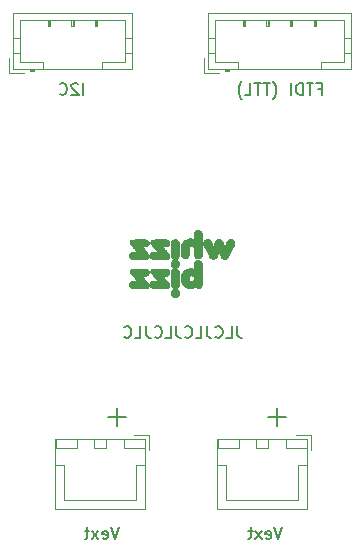
<source format=gbo>
G04 #@! TF.GenerationSoftware,KiCad,Pcbnew,(5.1.10-1-10_14)*
G04 #@! TF.CreationDate,2021-12-02T22:50:33+01:00*
G04 #@! TF.ProjectId,Power-Zauberling,506f7765-722d-45a6-9175-6265726c696e,rev?*
G04 #@! TF.SameCoordinates,Original*
G04 #@! TF.FileFunction,Legend,Bot*
G04 #@! TF.FilePolarity,Positive*
%FSLAX46Y46*%
G04 Gerber Fmt 4.6, Leading zero omitted, Abs format (unit mm)*
G04 Created by KiCad (PCBNEW (5.1.10-1-10_14)) date 2021-12-02 22:50:33*
%MOMM*%
%LPD*%
G01*
G04 APERTURE LIST*
%ADD10C,0.150000*%
%ADD11C,0.200000*%
%ADD12C,0.010000*%
%ADD13C,0.120000*%
%ADD14C,0.800000*%
%ADD15C,6.400000*%
%ADD16C,2.000000*%
%ADD17R,4.000000X4.000000*%
%ADD18O,1.905000X2.000000*%
%ADD19R,1.905000X2.000000*%
%ADD20O,3.500000X3.500000*%
%ADD21O,1.700000X1.700000*%
%ADD22R,1.700000X1.700000*%
%ADD23O,1.200000X1.750000*%
%ADD24O,1.700000X2.000000*%
G04 APERTURE END LIST*
D10*
X157146047Y-82002380D02*
X157146047Y-82716666D01*
X157193666Y-82859523D01*
X157288904Y-82954761D01*
X157431761Y-83002380D01*
X157527000Y-83002380D01*
X156193666Y-83002380D02*
X156669857Y-83002380D01*
X156669857Y-82002380D01*
X155288904Y-82907142D02*
X155336523Y-82954761D01*
X155479380Y-83002380D01*
X155574619Y-83002380D01*
X155717476Y-82954761D01*
X155812714Y-82859523D01*
X155860333Y-82764285D01*
X155907952Y-82573809D01*
X155907952Y-82430952D01*
X155860333Y-82240476D01*
X155812714Y-82145238D01*
X155717476Y-82050000D01*
X155574619Y-82002380D01*
X155479380Y-82002380D01*
X155336523Y-82050000D01*
X155288904Y-82097619D01*
X154574619Y-82002380D02*
X154574619Y-82716666D01*
X154622238Y-82859523D01*
X154717476Y-82954761D01*
X154860333Y-83002380D01*
X154955571Y-83002380D01*
X153622238Y-83002380D02*
X154098428Y-83002380D01*
X154098428Y-82002380D01*
X152717476Y-82907142D02*
X152765095Y-82954761D01*
X152907952Y-83002380D01*
X153003190Y-83002380D01*
X153146047Y-82954761D01*
X153241285Y-82859523D01*
X153288904Y-82764285D01*
X153336523Y-82573809D01*
X153336523Y-82430952D01*
X153288904Y-82240476D01*
X153241285Y-82145238D01*
X153146047Y-82050000D01*
X153003190Y-82002380D01*
X152907952Y-82002380D01*
X152765095Y-82050000D01*
X152717476Y-82097619D01*
X152003190Y-82002380D02*
X152003190Y-82716666D01*
X152050809Y-82859523D01*
X152146047Y-82954761D01*
X152288904Y-83002380D01*
X152384142Y-83002380D01*
X151050809Y-83002380D02*
X151527000Y-83002380D01*
X151527000Y-82002380D01*
X150146047Y-82907142D02*
X150193666Y-82954761D01*
X150336523Y-83002380D01*
X150431761Y-83002380D01*
X150574619Y-82954761D01*
X150669857Y-82859523D01*
X150717476Y-82764285D01*
X150765095Y-82573809D01*
X150765095Y-82430952D01*
X150717476Y-82240476D01*
X150669857Y-82145238D01*
X150574619Y-82050000D01*
X150431761Y-82002380D01*
X150336523Y-82002380D01*
X150193666Y-82050000D01*
X150146047Y-82097619D01*
X149431761Y-82002380D02*
X149431761Y-82716666D01*
X149479380Y-82859523D01*
X149574619Y-82954761D01*
X149717476Y-83002380D01*
X149812714Y-83002380D01*
X148479380Y-83002380D02*
X148955571Y-83002380D01*
X148955571Y-82002380D01*
X147574619Y-82907142D02*
X147622238Y-82954761D01*
X147765095Y-83002380D01*
X147860333Y-83002380D01*
X148003190Y-82954761D01*
X148098428Y-82859523D01*
X148146047Y-82764285D01*
X148193666Y-82573809D01*
X148193666Y-82430952D01*
X148146047Y-82240476D01*
X148098428Y-82145238D01*
X148003190Y-82050000D01*
X147860333Y-82002380D01*
X147765095Y-82002380D01*
X147622238Y-82050000D01*
X147574619Y-82097619D01*
D11*
X147700904Y-89677857D02*
X146177095Y-89677857D01*
X146939000Y-90439761D02*
X146939000Y-88915952D01*
X161289904Y-89677857D02*
X159766095Y-89677857D01*
X160528000Y-90439761D02*
X160528000Y-88915952D01*
D12*
G36*
X151812426Y-78855341D02*
G01*
X151758467Y-78868314D01*
X151707800Y-78889358D01*
X151661191Y-78917975D01*
X151619407Y-78953668D01*
X151583215Y-78995936D01*
X151553382Y-79044283D01*
X151545166Y-79061260D01*
X151530571Y-79099043D01*
X151521412Y-79137200D01*
X151517055Y-79178892D01*
X151516474Y-79204127D01*
X151518121Y-79245842D01*
X151523621Y-79282504D01*
X151533813Y-79317719D01*
X151549538Y-79355094D01*
X151553573Y-79363455D01*
X151564017Y-79383655D01*
X151574182Y-79400319D01*
X151585906Y-79415916D01*
X151601027Y-79432913D01*
X151619378Y-79451764D01*
X151638954Y-79471014D01*
X151654808Y-79485255D01*
X151669431Y-79496314D01*
X151685315Y-79506015D01*
X151704952Y-79516185D01*
X151712004Y-79519628D01*
X151742320Y-79533037D01*
X151771634Y-79543689D01*
X151795978Y-79550236D01*
X151834595Y-79555413D01*
X151876870Y-79556702D01*
X151918366Y-79554113D01*
X151945109Y-79549887D01*
X151963114Y-79544887D01*
X151985882Y-79536808D01*
X152010025Y-79526920D01*
X152025499Y-79519808D01*
X152047397Y-79508769D01*
X152064582Y-79498730D01*
X152079742Y-79487735D01*
X152095566Y-79473827D01*
X152114740Y-79455047D01*
X152115555Y-79454227D01*
X152143409Y-79424396D01*
X152165006Y-79396702D01*
X152182030Y-79368563D01*
X152196165Y-79337394D01*
X152202136Y-79321397D01*
X152216708Y-79266882D01*
X152222395Y-79211815D01*
X152219399Y-79157150D01*
X152207923Y-79103839D01*
X152188168Y-79052838D01*
X152160336Y-79005099D01*
X152126317Y-78963341D01*
X152082873Y-78923699D01*
X152036006Y-78892630D01*
X151985745Y-78870148D01*
X151932117Y-78856264D01*
X151875153Y-78850991D01*
X151868909Y-78850937D01*
X151812426Y-78855341D01*
G37*
X151812426Y-78855341D02*
X151758467Y-78868314D01*
X151707800Y-78889358D01*
X151661191Y-78917975D01*
X151619407Y-78953668D01*
X151583215Y-78995936D01*
X151553382Y-79044283D01*
X151545166Y-79061260D01*
X151530571Y-79099043D01*
X151521412Y-79137200D01*
X151517055Y-79178892D01*
X151516474Y-79204127D01*
X151518121Y-79245842D01*
X151523621Y-79282504D01*
X151533813Y-79317719D01*
X151549538Y-79355094D01*
X151553573Y-79363455D01*
X151564017Y-79383655D01*
X151574182Y-79400319D01*
X151585906Y-79415916D01*
X151601027Y-79432913D01*
X151619378Y-79451764D01*
X151638954Y-79471014D01*
X151654808Y-79485255D01*
X151669431Y-79496314D01*
X151685315Y-79506015D01*
X151704952Y-79516185D01*
X151712004Y-79519628D01*
X151742320Y-79533037D01*
X151771634Y-79543689D01*
X151795978Y-79550236D01*
X151834595Y-79555413D01*
X151876870Y-79556702D01*
X151918366Y-79554113D01*
X151945109Y-79549887D01*
X151963114Y-79544887D01*
X151985882Y-79536808D01*
X152010025Y-79526920D01*
X152025499Y-79519808D01*
X152047397Y-79508769D01*
X152064582Y-79498730D01*
X152079742Y-79487735D01*
X152095566Y-79473827D01*
X152114740Y-79455047D01*
X152115555Y-79454227D01*
X152143409Y-79424396D01*
X152165006Y-79396702D01*
X152182030Y-79368563D01*
X152196165Y-79337394D01*
X152202136Y-79321397D01*
X152216708Y-79266882D01*
X152222395Y-79211815D01*
X152219399Y-79157150D01*
X152207923Y-79103839D01*
X152188168Y-79052838D01*
X152160336Y-79005099D01*
X152126317Y-78963341D01*
X152082873Y-78923699D01*
X152036006Y-78892630D01*
X151985745Y-78870148D01*
X151932117Y-78856264D01*
X151875153Y-78850991D01*
X151868909Y-78850937D01*
X151812426Y-78855341D01*
G36*
X151814830Y-77122369D02*
G01*
X151762485Y-77134666D01*
X151713857Y-77155266D01*
X151668388Y-77184388D01*
X151640326Y-77207931D01*
X151601840Y-77248993D01*
X151571790Y-77293643D01*
X151549955Y-77342328D01*
X151536113Y-77395496D01*
X151531822Y-77426853D01*
X151531077Y-77439339D01*
X151530398Y-77460256D01*
X151529786Y-77488834D01*
X151529241Y-77524300D01*
X151528763Y-77565883D01*
X151528351Y-77612811D01*
X151528006Y-77664312D01*
X151527726Y-77719614D01*
X151527512Y-77777946D01*
X151527365Y-77838536D01*
X151527283Y-77900613D01*
X151527266Y-77963403D01*
X151527315Y-78026137D01*
X151527429Y-78088041D01*
X151527608Y-78148345D01*
X151527852Y-78206276D01*
X151528160Y-78261062D01*
X151528534Y-78311933D01*
X151528971Y-78358116D01*
X151529473Y-78398840D01*
X151530039Y-78433332D01*
X151530669Y-78460821D01*
X151531363Y-78480536D01*
X151532036Y-78490946D01*
X151540367Y-78542266D01*
X151554653Y-78587787D01*
X151575727Y-78629393D01*
X151604417Y-78668968D01*
X151616628Y-78682924D01*
X151656844Y-78720904D01*
X151701081Y-78751497D01*
X151748301Y-78774094D01*
X151795229Y-78787651D01*
X151844934Y-78795305D01*
X151888398Y-78797150D01*
X151926529Y-78793223D01*
X151926636Y-78793202D01*
X151975531Y-78780752D01*
X152019050Y-78762609D01*
X152059196Y-78737694D01*
X152097974Y-78704929D01*
X152106773Y-78696307D01*
X152127457Y-78674744D01*
X152142951Y-78656355D01*
X152155248Y-78638503D01*
X152166340Y-78618554D01*
X152167977Y-78615309D01*
X152173188Y-78605089D01*
X152177869Y-78596043D01*
X152182048Y-78587648D01*
X152185753Y-78579384D01*
X152189013Y-78570728D01*
X152191856Y-78561159D01*
X152194310Y-78550155D01*
X152196404Y-78537195D01*
X152198166Y-78521758D01*
X152199624Y-78503321D01*
X152200807Y-78481363D01*
X152201743Y-78455362D01*
X152202460Y-78424797D01*
X152202987Y-78389147D01*
X152203352Y-78347889D01*
X152203584Y-78300502D01*
X152203710Y-78246465D01*
X152203759Y-78185255D01*
X152203759Y-78116352D01*
X152203739Y-78039234D01*
X152203727Y-77957218D01*
X152203727Y-77398418D01*
X152193091Y-77361681D01*
X152180530Y-77324432D01*
X152165321Y-77292218D01*
X152145876Y-77262421D01*
X152120609Y-77232427D01*
X152104597Y-77215839D01*
X152065239Y-77180578D01*
X152025627Y-77153837D01*
X151984259Y-77134988D01*
X151939629Y-77123400D01*
X151890235Y-77118443D01*
X151871451Y-77118159D01*
X151814830Y-77122369D01*
G37*
X151814830Y-77122369D02*
X151762485Y-77134666D01*
X151713857Y-77155266D01*
X151668388Y-77184388D01*
X151640326Y-77207931D01*
X151601840Y-77248993D01*
X151571790Y-77293643D01*
X151549955Y-77342328D01*
X151536113Y-77395496D01*
X151531822Y-77426853D01*
X151531077Y-77439339D01*
X151530398Y-77460256D01*
X151529786Y-77488834D01*
X151529241Y-77524300D01*
X151528763Y-77565883D01*
X151528351Y-77612811D01*
X151528006Y-77664312D01*
X151527726Y-77719614D01*
X151527512Y-77777946D01*
X151527365Y-77838536D01*
X151527283Y-77900613D01*
X151527266Y-77963403D01*
X151527315Y-78026137D01*
X151527429Y-78088041D01*
X151527608Y-78148345D01*
X151527852Y-78206276D01*
X151528160Y-78261062D01*
X151528534Y-78311933D01*
X151528971Y-78358116D01*
X151529473Y-78398840D01*
X151530039Y-78433332D01*
X151530669Y-78460821D01*
X151531363Y-78480536D01*
X151532036Y-78490946D01*
X151540367Y-78542266D01*
X151554653Y-78587787D01*
X151575727Y-78629393D01*
X151604417Y-78668968D01*
X151616628Y-78682924D01*
X151656844Y-78720904D01*
X151701081Y-78751497D01*
X151748301Y-78774094D01*
X151795229Y-78787651D01*
X151844934Y-78795305D01*
X151888398Y-78797150D01*
X151926529Y-78793223D01*
X151926636Y-78793202D01*
X151975531Y-78780752D01*
X152019050Y-78762609D01*
X152059196Y-78737694D01*
X152097974Y-78704929D01*
X152106773Y-78696307D01*
X152127457Y-78674744D01*
X152142951Y-78656355D01*
X152155248Y-78638503D01*
X152166340Y-78618554D01*
X152167977Y-78615309D01*
X152173188Y-78605089D01*
X152177869Y-78596043D01*
X152182048Y-78587648D01*
X152185753Y-78579384D01*
X152189013Y-78570728D01*
X152191856Y-78561159D01*
X152194310Y-78550155D01*
X152196404Y-78537195D01*
X152198166Y-78521758D01*
X152199624Y-78503321D01*
X152200807Y-78481363D01*
X152201743Y-78455362D01*
X152202460Y-78424797D01*
X152202987Y-78389147D01*
X152203352Y-78347889D01*
X152203584Y-78300502D01*
X152203710Y-78246465D01*
X152203759Y-78185255D01*
X152203759Y-78116352D01*
X152203739Y-78039234D01*
X152203727Y-77957218D01*
X152203727Y-77398418D01*
X152193091Y-77361681D01*
X152180530Y-77324432D01*
X152165321Y-77292218D01*
X152145876Y-77262421D01*
X152120609Y-77232427D01*
X152104597Y-77215839D01*
X152065239Y-77180578D01*
X152025627Y-77153837D01*
X151984259Y-77134988D01*
X151939629Y-77123400D01*
X151890235Y-77118443D01*
X151871451Y-77118159D01*
X151814830Y-77122369D01*
G36*
X153779472Y-76399406D02*
G01*
X153747886Y-76401703D01*
X153727727Y-76404935D01*
X153677022Y-76420569D01*
X153629699Y-76444204D01*
X153586651Y-76474944D01*
X153548774Y-76511896D01*
X153516962Y-76554163D01*
X153492110Y-76600852D01*
X153475114Y-76651068D01*
X153473153Y-76659509D01*
X153471686Y-76668819D01*
X153470448Y-76682590D01*
X153469424Y-76701454D01*
X153468599Y-76726046D01*
X153467959Y-76756999D01*
X153467490Y-76794948D01*
X153467175Y-76840527D01*
X153467002Y-76894368D01*
X153466962Y-76926748D01*
X153466912Y-76979943D01*
X153466823Y-77024629D01*
X153466669Y-77061534D01*
X153466427Y-77091385D01*
X153466069Y-77114910D01*
X153465571Y-77132838D01*
X153464907Y-77145894D01*
X153464053Y-77154807D01*
X153462983Y-77160305D01*
X153461671Y-77163115D01*
X153460093Y-77163965D01*
X153458718Y-77163754D01*
X153413107Y-77149745D01*
X153374560Y-77138520D01*
X153341449Y-77129730D01*
X153312151Y-77123027D01*
X153285037Y-77118063D01*
X153258482Y-77114491D01*
X153230861Y-77111962D01*
X153210588Y-77110658D01*
X153121357Y-77109890D01*
X153035215Y-77117715D01*
X152952313Y-77134094D01*
X152872799Y-77158987D01*
X152796825Y-77192356D01*
X152724540Y-77234161D01*
X152717085Y-77239096D01*
X152649904Y-77289029D01*
X152590361Y-77343843D01*
X152537876Y-77404201D01*
X152491871Y-77470768D01*
X152453041Y-77541582D01*
X152418991Y-77619846D01*
X152393304Y-77698587D01*
X152375667Y-77779193D01*
X152365766Y-77863053D01*
X152363201Y-77939338D01*
X152366985Y-78030518D01*
X152378168Y-78116737D01*
X152397025Y-78198716D01*
X152423831Y-78277174D01*
X152458861Y-78352833D01*
X152502390Y-78426413D01*
X152554692Y-78498633D01*
X152595226Y-78547125D01*
X152637608Y-78590486D01*
X152686560Y-78632433D01*
X152739435Y-78670957D01*
X152793587Y-78704049D01*
X152820254Y-78717901D01*
X152882689Y-78744067D01*
X152950694Y-78764959D01*
X153021974Y-78780144D01*
X153094235Y-78789191D01*
X153165182Y-78791667D01*
X153203563Y-78790018D01*
X153275054Y-78780641D01*
X153342099Y-78763443D01*
X153404422Y-78738538D01*
X153461745Y-78706041D01*
X153513793Y-78666068D01*
X153523372Y-78657347D01*
X153533304Y-78646965D01*
X153539569Y-78638319D01*
X153540691Y-78635154D01*
X153541858Y-78629619D01*
X153542577Y-78629164D01*
X153546818Y-78631494D01*
X153557992Y-78638110D01*
X153575173Y-78648449D01*
X153597432Y-78661950D01*
X153623842Y-78678049D01*
X153653475Y-78696185D01*
X153675852Y-78709923D01*
X153807241Y-78790682D01*
X153848302Y-78789166D01*
X153895276Y-78782938D01*
X153940557Y-78768263D01*
X153983265Y-78745898D01*
X154022523Y-78716597D01*
X154057450Y-78681115D01*
X154087168Y-78640206D01*
X154110799Y-78594626D01*
X154126022Y-78550655D01*
X154126976Y-78546727D01*
X154127853Y-78542056D01*
X154128656Y-78536253D01*
X154129387Y-78528931D01*
X154130051Y-78519703D01*
X154130650Y-78508181D01*
X154131187Y-78493978D01*
X154131667Y-78476707D01*
X154132092Y-78455981D01*
X154132465Y-78431411D01*
X154132790Y-78402611D01*
X154133070Y-78369194D01*
X154133309Y-78330771D01*
X154133509Y-78286956D01*
X154133674Y-78237362D01*
X154133807Y-78181600D01*
X154133912Y-78119285D01*
X154133992Y-78050027D01*
X154134050Y-77973441D01*
X154134056Y-77959338D01*
X153486866Y-77959338D01*
X153486844Y-77961837D01*
X153483410Y-78012824D01*
X153474033Y-78057435D01*
X153458340Y-78096660D01*
X153435961Y-78131489D01*
X153414074Y-78155800D01*
X153378105Y-78185712D01*
X153340464Y-78206597D01*
X153300733Y-78218582D01*
X153258493Y-78221791D01*
X153213325Y-78216350D01*
X153212194Y-78216112D01*
X153170146Y-78202669D01*
X153132701Y-78181409D01*
X153100547Y-78152879D01*
X153074373Y-78117628D01*
X153063890Y-78097965D01*
X153051820Y-78070079D01*
X153043556Y-78044361D01*
X153038509Y-78017876D01*
X153036090Y-77987691D01*
X153035660Y-77957218D01*
X153038447Y-77906951D01*
X153046504Y-77863406D01*
X153060234Y-77825456D01*
X153080041Y-77791975D01*
X153105191Y-77762948D01*
X153134902Y-77737613D01*
X153166035Y-77719508D01*
X153200976Y-77707517D01*
X153237383Y-77701061D01*
X153279038Y-77700567D01*
X153319993Y-77708552D01*
X153358916Y-77724279D01*
X153394475Y-77747012D01*
X153425339Y-77776014D01*
X153450176Y-77810550D01*
X153456397Y-77822170D01*
X153471059Y-77855564D01*
X153480528Y-77887281D01*
X153485549Y-77920734D01*
X153486866Y-77959338D01*
X154134056Y-77959338D01*
X154134089Y-77889138D01*
X154134112Y-77796732D01*
X154134124Y-77695834D01*
X154134127Y-77594691D01*
X154134127Y-76668746D01*
X154120724Y-76627852D01*
X154100359Y-76580096D01*
X154072074Y-76535502D01*
X154036991Y-76495350D01*
X153996234Y-76460923D01*
X153950924Y-76433500D01*
X153950015Y-76433050D01*
X153927656Y-76422998D01*
X153903911Y-76413906D01*
X153882696Y-76407223D01*
X153875509Y-76405488D01*
X153846885Y-76401312D01*
X153813672Y-76399280D01*
X153779472Y-76399406D01*
G37*
X153779472Y-76399406D02*
X153747886Y-76401703D01*
X153727727Y-76404935D01*
X153677022Y-76420569D01*
X153629699Y-76444204D01*
X153586651Y-76474944D01*
X153548774Y-76511896D01*
X153516962Y-76554163D01*
X153492110Y-76600852D01*
X153475114Y-76651068D01*
X153473153Y-76659509D01*
X153471686Y-76668819D01*
X153470448Y-76682590D01*
X153469424Y-76701454D01*
X153468599Y-76726046D01*
X153467959Y-76756999D01*
X153467490Y-76794948D01*
X153467175Y-76840527D01*
X153467002Y-76894368D01*
X153466962Y-76926748D01*
X153466912Y-76979943D01*
X153466823Y-77024629D01*
X153466669Y-77061534D01*
X153466427Y-77091385D01*
X153466069Y-77114910D01*
X153465571Y-77132838D01*
X153464907Y-77145894D01*
X153464053Y-77154807D01*
X153462983Y-77160305D01*
X153461671Y-77163115D01*
X153460093Y-77163965D01*
X153458718Y-77163754D01*
X153413107Y-77149745D01*
X153374560Y-77138520D01*
X153341449Y-77129730D01*
X153312151Y-77123027D01*
X153285037Y-77118063D01*
X153258482Y-77114491D01*
X153230861Y-77111962D01*
X153210588Y-77110658D01*
X153121357Y-77109890D01*
X153035215Y-77117715D01*
X152952313Y-77134094D01*
X152872799Y-77158987D01*
X152796825Y-77192356D01*
X152724540Y-77234161D01*
X152717085Y-77239096D01*
X152649904Y-77289029D01*
X152590361Y-77343843D01*
X152537876Y-77404201D01*
X152491871Y-77470768D01*
X152453041Y-77541582D01*
X152418991Y-77619846D01*
X152393304Y-77698587D01*
X152375667Y-77779193D01*
X152365766Y-77863053D01*
X152363201Y-77939338D01*
X152366985Y-78030518D01*
X152378168Y-78116737D01*
X152397025Y-78198716D01*
X152423831Y-78277174D01*
X152458861Y-78352833D01*
X152502390Y-78426413D01*
X152554692Y-78498633D01*
X152595226Y-78547125D01*
X152637608Y-78590486D01*
X152686560Y-78632433D01*
X152739435Y-78670957D01*
X152793587Y-78704049D01*
X152820254Y-78717901D01*
X152882689Y-78744067D01*
X152950694Y-78764959D01*
X153021974Y-78780144D01*
X153094235Y-78789191D01*
X153165182Y-78791667D01*
X153203563Y-78790018D01*
X153275054Y-78780641D01*
X153342099Y-78763443D01*
X153404422Y-78738538D01*
X153461745Y-78706041D01*
X153513793Y-78666068D01*
X153523372Y-78657347D01*
X153533304Y-78646965D01*
X153539569Y-78638319D01*
X153540691Y-78635154D01*
X153541858Y-78629619D01*
X153542577Y-78629164D01*
X153546818Y-78631494D01*
X153557992Y-78638110D01*
X153575173Y-78648449D01*
X153597432Y-78661950D01*
X153623842Y-78678049D01*
X153653475Y-78696185D01*
X153675852Y-78709923D01*
X153807241Y-78790682D01*
X153848302Y-78789166D01*
X153895276Y-78782938D01*
X153940557Y-78768263D01*
X153983265Y-78745898D01*
X154022523Y-78716597D01*
X154057450Y-78681115D01*
X154087168Y-78640206D01*
X154110799Y-78594626D01*
X154126022Y-78550655D01*
X154126976Y-78546727D01*
X154127853Y-78542056D01*
X154128656Y-78536253D01*
X154129387Y-78528931D01*
X154130051Y-78519703D01*
X154130650Y-78508181D01*
X154131187Y-78493978D01*
X154131667Y-78476707D01*
X154132092Y-78455981D01*
X154132465Y-78431411D01*
X154132790Y-78402611D01*
X154133070Y-78369194D01*
X154133309Y-78330771D01*
X154133509Y-78286956D01*
X154133674Y-78237362D01*
X154133807Y-78181600D01*
X154133912Y-78119285D01*
X154133992Y-78050027D01*
X154134050Y-77973441D01*
X154134056Y-77959338D01*
X153486866Y-77959338D01*
X153486844Y-77961837D01*
X153483410Y-78012824D01*
X153474033Y-78057435D01*
X153458340Y-78096660D01*
X153435961Y-78131489D01*
X153414074Y-78155800D01*
X153378105Y-78185712D01*
X153340464Y-78206597D01*
X153300733Y-78218582D01*
X153258493Y-78221791D01*
X153213325Y-78216350D01*
X153212194Y-78216112D01*
X153170146Y-78202669D01*
X153132701Y-78181409D01*
X153100547Y-78152879D01*
X153074373Y-78117628D01*
X153063890Y-78097965D01*
X153051820Y-78070079D01*
X153043556Y-78044361D01*
X153038509Y-78017876D01*
X153036090Y-77987691D01*
X153035660Y-77957218D01*
X153038447Y-77906951D01*
X153046504Y-77863406D01*
X153060234Y-77825456D01*
X153080041Y-77791975D01*
X153105191Y-77762948D01*
X153134902Y-77737613D01*
X153166035Y-77719508D01*
X153200976Y-77707517D01*
X153237383Y-77701061D01*
X153279038Y-77700567D01*
X153319993Y-77708552D01*
X153358916Y-77724279D01*
X153394475Y-77747012D01*
X153425339Y-77776014D01*
X153450176Y-77810550D01*
X153456397Y-77822170D01*
X153471059Y-77855564D01*
X153480528Y-77887281D01*
X153485549Y-77920734D01*
X153486866Y-77959338D01*
X154134056Y-77959338D01*
X154134089Y-77889138D01*
X154134112Y-77796732D01*
X154134124Y-77695834D01*
X154134127Y-77594691D01*
X154134127Y-76668746D01*
X154120724Y-76627852D01*
X154100359Y-76580096D01*
X154072074Y-76535502D01*
X154036991Y-76495350D01*
X153996234Y-76460923D01*
X153950924Y-76433500D01*
X153950015Y-76433050D01*
X153927656Y-76422998D01*
X153903911Y-76413906D01*
X153882696Y-76407223D01*
X153875509Y-76405488D01*
X153846885Y-76401312D01*
X153813672Y-76399280D01*
X153779472Y-76399406D01*
G36*
X150414884Y-77135190D02*
G01*
X150344697Y-77135230D01*
X150282227Y-77135322D01*
X150226968Y-77135486D01*
X150178413Y-77135742D01*
X150136057Y-77136110D01*
X150099393Y-77136611D01*
X150067915Y-77137266D01*
X150041116Y-77138093D01*
X150018490Y-77139115D01*
X149999531Y-77140350D01*
X149983732Y-77141820D01*
X149970587Y-77143545D01*
X149959589Y-77145545D01*
X149950233Y-77147841D01*
X149942012Y-77150452D01*
X149934420Y-77153399D01*
X149926949Y-77156703D01*
X149919095Y-77160384D01*
X149915939Y-77161869D01*
X149883238Y-77181927D01*
X149853620Y-77209185D01*
X149828597Y-77241744D01*
X149809680Y-77277701D01*
X149799932Y-77307754D01*
X149796847Y-77329278D01*
X149795892Y-77355658D01*
X149796902Y-77383810D01*
X149799711Y-77410652D01*
X149804153Y-77433103D01*
X149807163Y-77442291D01*
X149814036Y-77456879D01*
X149823968Y-77475137D01*
X149834797Y-77493091D01*
X149840562Y-77500995D01*
X149851833Y-77515404D01*
X149868155Y-77535766D01*
X149889073Y-77561529D01*
X149914134Y-77592143D01*
X149942883Y-77627055D01*
X149974866Y-77665714D01*
X150009628Y-77707569D01*
X150046715Y-77752067D01*
X150085673Y-77798657D01*
X150126047Y-77846788D01*
X150129587Y-77851000D01*
X150405150Y-78178891D01*
X150179911Y-78181391D01*
X150127636Y-78182000D01*
X150083750Y-78182590D01*
X150047408Y-78183198D01*
X150017762Y-78183862D01*
X149993968Y-78184616D01*
X149975178Y-78185499D01*
X149960546Y-78186546D01*
X149949226Y-78187795D01*
X149940370Y-78189281D01*
X149933134Y-78191042D01*
X149929272Y-78192227D01*
X149881429Y-78212387D01*
X149838068Y-78239582D01*
X149800077Y-78272903D01*
X149768341Y-78311441D01*
X149743749Y-78354288D01*
X149727631Y-78398829D01*
X149722743Y-78425013D01*
X149720070Y-78456108D01*
X149719610Y-78488993D01*
X149721359Y-78520551D01*
X149725313Y-78547661D01*
X149727812Y-78557582D01*
X149746838Y-78605367D01*
X149773578Y-78649222D01*
X149807060Y-78688110D01*
X149846312Y-78720998D01*
X149890362Y-78746848D01*
X149915522Y-78757416D01*
X149950054Y-78770018D01*
X150564272Y-78770805D01*
X150655321Y-78770907D01*
X150737577Y-78770964D01*
X150811484Y-78770973D01*
X150877486Y-78770931D01*
X150936027Y-78770832D01*
X150987549Y-78770674D01*
X151032498Y-78770454D01*
X151071317Y-78770166D01*
X151104448Y-78769808D01*
X151132337Y-78769375D01*
X151155427Y-78768865D01*
X151174161Y-78768273D01*
X151188983Y-78767595D01*
X151200337Y-78766828D01*
X151208667Y-78765968D01*
X151212777Y-78765338D01*
X151257868Y-78752680D01*
X151298488Y-78732114D01*
X151334056Y-78703953D01*
X151341907Y-78695958D01*
X151367943Y-78664660D01*
X151386022Y-78634036D01*
X151396953Y-78601858D01*
X151401551Y-78565901D01*
X151401233Y-78533284D01*
X151394933Y-78484312D01*
X151381790Y-78440950D01*
X151361938Y-78403597D01*
X151354771Y-78393723D01*
X151348881Y-78386462D01*
X151337477Y-78372707D01*
X151321021Y-78353006D01*
X151299974Y-78327909D01*
X151274799Y-78297963D01*
X151245958Y-78263717D01*
X151213912Y-78225720D01*
X151179124Y-78184521D01*
X151142055Y-78140667D01*
X151103168Y-78094707D01*
X151063914Y-78048358D01*
X151024233Y-78001504D01*
X150986301Y-77956666D01*
X150950537Y-77914346D01*
X150917361Y-77875040D01*
X150887193Y-77839250D01*
X150860454Y-77807474D01*
X150837563Y-77780211D01*
X150818940Y-77757961D01*
X150805007Y-77741222D01*
X150796182Y-77730495D01*
X150792885Y-77726277D01*
X150792872Y-77726240D01*
X150797323Y-77725739D01*
X150810007Y-77725277D01*
X150829920Y-77724867D01*
X150856058Y-77724521D01*
X150887417Y-77724253D01*
X150922995Y-77724076D01*
X150961788Y-77724002D01*
X150968136Y-77724000D01*
X151017258Y-77723858D01*
X151060798Y-77723442D01*
X151098066Y-77722771D01*
X151128372Y-77721861D01*
X151151028Y-77720731D01*
X151165342Y-77719396D01*
X151167872Y-77718966D01*
X151183474Y-77714575D01*
X151203675Y-77707273D01*
X151224871Y-77698398D01*
X151231600Y-77695291D01*
X151251357Y-77685208D01*
X151267936Y-77674749D01*
X151284025Y-77661912D01*
X151302315Y-77644696D01*
X151310169Y-77636826D01*
X151344301Y-77597444D01*
X151369595Y-77556988D01*
X151386449Y-77514429D01*
X151395260Y-77468740D01*
X151396427Y-77418893D01*
X151396195Y-77414582D01*
X151394167Y-77391689D01*
X151391024Y-77368908D01*
X151387335Y-77350132D01*
X151386046Y-77345309D01*
X151367584Y-77298989D01*
X151341347Y-77256325D01*
X151308404Y-77218369D01*
X151269830Y-77186174D01*
X151226695Y-77160792D01*
X151180225Y-77143317D01*
X151175391Y-77142108D01*
X151169777Y-77141024D01*
X151162880Y-77140059D01*
X151154197Y-77139206D01*
X151143224Y-77138458D01*
X151129460Y-77137807D01*
X151112400Y-77137249D01*
X151091543Y-77136775D01*
X151066384Y-77136378D01*
X151036421Y-77136053D01*
X151001151Y-77135791D01*
X150960070Y-77135587D01*
X150912677Y-77135433D01*
X150858467Y-77135323D01*
X150796938Y-77135250D01*
X150727587Y-77135206D01*
X150649910Y-77135186D01*
X150580436Y-77135182D01*
X150493295Y-77135181D01*
X150414884Y-77135190D01*
G37*
X150414884Y-77135190D02*
X150344697Y-77135230D01*
X150282227Y-77135322D01*
X150226968Y-77135486D01*
X150178413Y-77135742D01*
X150136057Y-77136110D01*
X150099393Y-77136611D01*
X150067915Y-77137266D01*
X150041116Y-77138093D01*
X150018490Y-77139115D01*
X149999531Y-77140350D01*
X149983732Y-77141820D01*
X149970587Y-77143545D01*
X149959589Y-77145545D01*
X149950233Y-77147841D01*
X149942012Y-77150452D01*
X149934420Y-77153399D01*
X149926949Y-77156703D01*
X149919095Y-77160384D01*
X149915939Y-77161869D01*
X149883238Y-77181927D01*
X149853620Y-77209185D01*
X149828597Y-77241744D01*
X149809680Y-77277701D01*
X149799932Y-77307754D01*
X149796847Y-77329278D01*
X149795892Y-77355658D01*
X149796902Y-77383810D01*
X149799711Y-77410652D01*
X149804153Y-77433103D01*
X149807163Y-77442291D01*
X149814036Y-77456879D01*
X149823968Y-77475137D01*
X149834797Y-77493091D01*
X149840562Y-77500995D01*
X149851833Y-77515404D01*
X149868155Y-77535766D01*
X149889073Y-77561529D01*
X149914134Y-77592143D01*
X149942883Y-77627055D01*
X149974866Y-77665714D01*
X150009628Y-77707569D01*
X150046715Y-77752067D01*
X150085673Y-77798657D01*
X150126047Y-77846788D01*
X150129587Y-77851000D01*
X150405150Y-78178891D01*
X150179911Y-78181391D01*
X150127636Y-78182000D01*
X150083750Y-78182590D01*
X150047408Y-78183198D01*
X150017762Y-78183862D01*
X149993968Y-78184616D01*
X149975178Y-78185499D01*
X149960546Y-78186546D01*
X149949226Y-78187795D01*
X149940370Y-78189281D01*
X149933134Y-78191042D01*
X149929272Y-78192227D01*
X149881429Y-78212387D01*
X149838068Y-78239582D01*
X149800077Y-78272903D01*
X149768341Y-78311441D01*
X149743749Y-78354288D01*
X149727631Y-78398829D01*
X149722743Y-78425013D01*
X149720070Y-78456108D01*
X149719610Y-78488993D01*
X149721359Y-78520551D01*
X149725313Y-78547661D01*
X149727812Y-78557582D01*
X149746838Y-78605367D01*
X149773578Y-78649222D01*
X149807060Y-78688110D01*
X149846312Y-78720998D01*
X149890362Y-78746848D01*
X149915522Y-78757416D01*
X149950054Y-78770018D01*
X150564272Y-78770805D01*
X150655321Y-78770907D01*
X150737577Y-78770964D01*
X150811484Y-78770973D01*
X150877486Y-78770931D01*
X150936027Y-78770832D01*
X150987549Y-78770674D01*
X151032498Y-78770454D01*
X151071317Y-78770166D01*
X151104448Y-78769808D01*
X151132337Y-78769375D01*
X151155427Y-78768865D01*
X151174161Y-78768273D01*
X151188983Y-78767595D01*
X151200337Y-78766828D01*
X151208667Y-78765968D01*
X151212777Y-78765338D01*
X151257868Y-78752680D01*
X151298488Y-78732114D01*
X151334056Y-78703953D01*
X151341907Y-78695958D01*
X151367943Y-78664660D01*
X151386022Y-78634036D01*
X151396953Y-78601858D01*
X151401551Y-78565901D01*
X151401233Y-78533284D01*
X151394933Y-78484312D01*
X151381790Y-78440950D01*
X151361938Y-78403597D01*
X151354771Y-78393723D01*
X151348881Y-78386462D01*
X151337477Y-78372707D01*
X151321021Y-78353006D01*
X151299974Y-78327909D01*
X151274799Y-78297963D01*
X151245958Y-78263717D01*
X151213912Y-78225720D01*
X151179124Y-78184521D01*
X151142055Y-78140667D01*
X151103168Y-78094707D01*
X151063914Y-78048358D01*
X151024233Y-78001504D01*
X150986301Y-77956666D01*
X150950537Y-77914346D01*
X150917361Y-77875040D01*
X150887193Y-77839250D01*
X150860454Y-77807474D01*
X150837563Y-77780211D01*
X150818940Y-77757961D01*
X150805007Y-77741222D01*
X150796182Y-77730495D01*
X150792885Y-77726277D01*
X150792872Y-77726240D01*
X150797323Y-77725739D01*
X150810007Y-77725277D01*
X150829920Y-77724867D01*
X150856058Y-77724521D01*
X150887417Y-77724253D01*
X150922995Y-77724076D01*
X150961788Y-77724002D01*
X150968136Y-77724000D01*
X151017258Y-77723858D01*
X151060798Y-77723442D01*
X151098066Y-77722771D01*
X151128372Y-77721861D01*
X151151028Y-77720731D01*
X151165342Y-77719396D01*
X151167872Y-77718966D01*
X151183474Y-77714575D01*
X151203675Y-77707273D01*
X151224871Y-77698398D01*
X151231600Y-77695291D01*
X151251357Y-77685208D01*
X151267936Y-77674749D01*
X151284025Y-77661912D01*
X151302315Y-77644696D01*
X151310169Y-77636826D01*
X151344301Y-77597444D01*
X151369595Y-77556988D01*
X151386449Y-77514429D01*
X151395260Y-77468740D01*
X151396427Y-77418893D01*
X151396195Y-77414582D01*
X151394167Y-77391689D01*
X151391024Y-77368908D01*
X151387335Y-77350132D01*
X151386046Y-77345309D01*
X151367584Y-77298989D01*
X151341347Y-77256325D01*
X151308404Y-77218369D01*
X151269830Y-77186174D01*
X151226695Y-77160792D01*
X151180225Y-77143317D01*
X151175391Y-77142108D01*
X151169777Y-77141024D01*
X151162880Y-77140059D01*
X151154197Y-77139206D01*
X151143224Y-77138458D01*
X151129460Y-77137807D01*
X151112400Y-77137249D01*
X151091543Y-77136775D01*
X151066384Y-77136378D01*
X151036421Y-77136053D01*
X151001151Y-77135791D01*
X150960070Y-77135587D01*
X150912677Y-77135433D01*
X150858467Y-77135323D01*
X150796938Y-77135250D01*
X150727587Y-77135206D01*
X150649910Y-77135186D01*
X150580436Y-77135182D01*
X150493295Y-77135181D01*
X150414884Y-77135190D01*
G36*
X148933077Y-77135169D02*
G01*
X148847494Y-77135182D01*
X148839381Y-77135182D01*
X148751801Y-77135198D01*
X148672996Y-77135251D01*
X148602505Y-77135344D01*
X148539866Y-77135482D01*
X148484620Y-77135671D01*
X148436304Y-77135915D01*
X148394458Y-77136220D01*
X148358620Y-77136589D01*
X148328329Y-77137028D01*
X148303124Y-77137541D01*
X148282544Y-77138134D01*
X148266128Y-77138812D01*
X148253415Y-77139578D01*
X148243943Y-77140438D01*
X148237252Y-77141397D01*
X148236709Y-77141501D01*
X148191512Y-77154543D01*
X148151978Y-77174873D01*
X148118161Y-77202451D01*
X148090114Y-77237238D01*
X148074771Y-77264160D01*
X148066584Y-77281309D01*
X148061230Y-77294944D01*
X148058010Y-77308107D01*
X148056224Y-77323839D01*
X148055175Y-77345180D01*
X148054999Y-77350187D01*
X148055110Y-77385724D01*
X148058646Y-77415412D01*
X148066354Y-77442244D01*
X148078984Y-77469210D01*
X148089125Y-77486522D01*
X148095037Y-77494811D01*
X148106455Y-77509599D01*
X148122924Y-77530332D01*
X148143989Y-77556456D01*
X148169195Y-77587414D01*
X148198086Y-77622651D01*
X148230208Y-77661614D01*
X148265105Y-77703747D01*
X148302321Y-77748494D01*
X148341403Y-77795301D01*
X148381894Y-77843613D01*
X148386460Y-77849049D01*
X148663547Y-78178891D01*
X148438583Y-78181200D01*
X148213618Y-78183509D01*
X148176672Y-78196500D01*
X148154498Y-78205435D01*
X148131213Y-78216611D01*
X148111691Y-78227683D01*
X148110920Y-78228179D01*
X148084837Y-78247888D01*
X148058528Y-78272604D01*
X148034709Y-78299493D01*
X148016093Y-78325719D01*
X148013793Y-78329639D01*
X147993963Y-78373632D01*
X147981682Y-78421302D01*
X147976995Y-78470939D01*
X147979944Y-78520839D01*
X147990574Y-78569293D01*
X148006626Y-78610015D01*
X148026005Y-78641946D01*
X148051968Y-78673770D01*
X148082157Y-78703127D01*
X148114211Y-78727656D01*
X148138014Y-78741444D01*
X148146687Y-78745756D01*
X148154555Y-78749646D01*
X148162113Y-78753135D01*
X148169856Y-78756245D01*
X148178277Y-78758996D01*
X148187872Y-78761411D01*
X148199135Y-78763510D01*
X148212561Y-78765316D01*
X148228643Y-78766849D01*
X148247876Y-78768132D01*
X148270756Y-78769186D01*
X148297776Y-78770032D01*
X148329431Y-78770692D01*
X148366215Y-78771187D01*
X148408623Y-78771539D01*
X148457150Y-78771769D01*
X148512290Y-78771899D01*
X148574537Y-78771950D01*
X148644385Y-78771945D01*
X148722331Y-78771903D01*
X148808867Y-78771847D01*
X148837072Y-78771830D01*
X148927422Y-78771763D01*
X149008977Y-78771666D01*
X149082181Y-78771533D01*
X149147477Y-78771360D01*
X149205307Y-78771143D01*
X149256114Y-78770876D01*
X149300340Y-78770557D01*
X149338428Y-78770179D01*
X149370820Y-78769738D01*
X149397960Y-78769229D01*
X149420289Y-78768649D01*
X149438251Y-78767993D01*
X149452288Y-78767255D01*
X149462842Y-78766431D01*
X149470356Y-78765518D01*
X149471932Y-78765253D01*
X149514515Y-78753292D01*
X149553758Y-78733951D01*
X149588566Y-78708224D01*
X149617846Y-78677103D01*
X149640506Y-78641580D01*
X149655453Y-78602649D01*
X149656773Y-78597385D01*
X149660742Y-78565962D01*
X149659706Y-78529995D01*
X149654197Y-78492326D01*
X149644744Y-78455794D01*
X149631877Y-78423241D01*
X149620641Y-78403636D01*
X149615895Y-78397535D01*
X149605608Y-78384922D01*
X149590222Y-78366323D01*
X149570176Y-78342262D01*
X149545914Y-78313265D01*
X149517874Y-78279857D01*
X149486499Y-78242565D01*
X149452230Y-78201913D01*
X149415507Y-78158426D01*
X149376773Y-78112631D01*
X149336467Y-78065053D01*
X149331218Y-78058862D01*
X149291039Y-78011457D01*
X149252576Y-77966029D01*
X149216248Y-77923078D01*
X149182473Y-77883100D01*
X149151670Y-77846592D01*
X149124259Y-77814052D01*
X149100657Y-77785976D01*
X149081284Y-77762863D01*
X149066558Y-77745208D01*
X149056899Y-77733510D01*
X149052724Y-77728266D01*
X149052588Y-77728047D01*
X149056687Y-77727121D01*
X149069100Y-77726276D01*
X149088904Y-77725533D01*
X149115176Y-77724912D01*
X149146994Y-77724436D01*
X149183434Y-77724125D01*
X149223574Y-77724001D01*
X149228263Y-77724000D01*
X149277269Y-77723954D01*
X149318100Y-77723737D01*
X149351818Y-77723227D01*
X149379486Y-77722306D01*
X149402163Y-77720851D01*
X149420912Y-77718744D01*
X149436795Y-77715864D01*
X149450873Y-77712091D01*
X149464208Y-77707304D01*
X149477861Y-77701383D01*
X149492894Y-77694208D01*
X149493387Y-77693967D01*
X149521488Y-77677214D01*
X149550746Y-77654558D01*
X149578397Y-77628459D01*
X149601675Y-77601377D01*
X149608766Y-77591388D01*
X149631725Y-77548675D01*
X149646948Y-77502274D01*
X149654410Y-77453579D01*
X149654089Y-77403984D01*
X149645960Y-77354885D01*
X149630000Y-77307674D01*
X149614135Y-77276463D01*
X149596125Y-77250899D01*
X149572421Y-77224440D01*
X149545667Y-77199619D01*
X149518505Y-77178964D01*
X149501852Y-77168956D01*
X149492745Y-77164076D01*
X149484669Y-77159689D01*
X149477115Y-77155767D01*
X149469570Y-77152286D01*
X149461523Y-77149218D01*
X149452464Y-77146539D01*
X149441880Y-77144221D01*
X149429262Y-77142240D01*
X149414098Y-77140568D01*
X149395877Y-77139180D01*
X149374087Y-77138049D01*
X149348219Y-77137150D01*
X149317759Y-77136457D01*
X149282198Y-77135943D01*
X149241025Y-77135582D01*
X149193727Y-77135349D01*
X149139795Y-77135217D01*
X149078716Y-77135161D01*
X149009981Y-77135153D01*
X148933077Y-77135169D01*
G37*
X148933077Y-77135169D02*
X148847494Y-77135182D01*
X148839381Y-77135182D01*
X148751801Y-77135198D01*
X148672996Y-77135251D01*
X148602505Y-77135344D01*
X148539866Y-77135482D01*
X148484620Y-77135671D01*
X148436304Y-77135915D01*
X148394458Y-77136220D01*
X148358620Y-77136589D01*
X148328329Y-77137028D01*
X148303124Y-77137541D01*
X148282544Y-77138134D01*
X148266128Y-77138812D01*
X148253415Y-77139578D01*
X148243943Y-77140438D01*
X148237252Y-77141397D01*
X148236709Y-77141501D01*
X148191512Y-77154543D01*
X148151978Y-77174873D01*
X148118161Y-77202451D01*
X148090114Y-77237238D01*
X148074771Y-77264160D01*
X148066584Y-77281309D01*
X148061230Y-77294944D01*
X148058010Y-77308107D01*
X148056224Y-77323839D01*
X148055175Y-77345180D01*
X148054999Y-77350187D01*
X148055110Y-77385724D01*
X148058646Y-77415412D01*
X148066354Y-77442244D01*
X148078984Y-77469210D01*
X148089125Y-77486522D01*
X148095037Y-77494811D01*
X148106455Y-77509599D01*
X148122924Y-77530332D01*
X148143989Y-77556456D01*
X148169195Y-77587414D01*
X148198086Y-77622651D01*
X148230208Y-77661614D01*
X148265105Y-77703747D01*
X148302321Y-77748494D01*
X148341403Y-77795301D01*
X148381894Y-77843613D01*
X148386460Y-77849049D01*
X148663547Y-78178891D01*
X148438583Y-78181200D01*
X148213618Y-78183509D01*
X148176672Y-78196500D01*
X148154498Y-78205435D01*
X148131213Y-78216611D01*
X148111691Y-78227683D01*
X148110920Y-78228179D01*
X148084837Y-78247888D01*
X148058528Y-78272604D01*
X148034709Y-78299493D01*
X148016093Y-78325719D01*
X148013793Y-78329639D01*
X147993963Y-78373632D01*
X147981682Y-78421302D01*
X147976995Y-78470939D01*
X147979944Y-78520839D01*
X147990574Y-78569293D01*
X148006626Y-78610015D01*
X148026005Y-78641946D01*
X148051968Y-78673770D01*
X148082157Y-78703127D01*
X148114211Y-78727656D01*
X148138014Y-78741444D01*
X148146687Y-78745756D01*
X148154555Y-78749646D01*
X148162113Y-78753135D01*
X148169856Y-78756245D01*
X148178277Y-78758996D01*
X148187872Y-78761411D01*
X148199135Y-78763510D01*
X148212561Y-78765316D01*
X148228643Y-78766849D01*
X148247876Y-78768132D01*
X148270756Y-78769186D01*
X148297776Y-78770032D01*
X148329431Y-78770692D01*
X148366215Y-78771187D01*
X148408623Y-78771539D01*
X148457150Y-78771769D01*
X148512290Y-78771899D01*
X148574537Y-78771950D01*
X148644385Y-78771945D01*
X148722331Y-78771903D01*
X148808867Y-78771847D01*
X148837072Y-78771830D01*
X148927422Y-78771763D01*
X149008977Y-78771666D01*
X149082181Y-78771533D01*
X149147477Y-78771360D01*
X149205307Y-78771143D01*
X149256114Y-78770876D01*
X149300340Y-78770557D01*
X149338428Y-78770179D01*
X149370820Y-78769738D01*
X149397960Y-78769229D01*
X149420289Y-78768649D01*
X149438251Y-78767993D01*
X149452288Y-78767255D01*
X149462842Y-78766431D01*
X149470356Y-78765518D01*
X149471932Y-78765253D01*
X149514515Y-78753292D01*
X149553758Y-78733951D01*
X149588566Y-78708224D01*
X149617846Y-78677103D01*
X149640506Y-78641580D01*
X149655453Y-78602649D01*
X149656773Y-78597385D01*
X149660742Y-78565962D01*
X149659706Y-78529995D01*
X149654197Y-78492326D01*
X149644744Y-78455794D01*
X149631877Y-78423241D01*
X149620641Y-78403636D01*
X149615895Y-78397535D01*
X149605608Y-78384922D01*
X149590222Y-78366323D01*
X149570176Y-78342262D01*
X149545914Y-78313265D01*
X149517874Y-78279857D01*
X149486499Y-78242565D01*
X149452230Y-78201913D01*
X149415507Y-78158426D01*
X149376773Y-78112631D01*
X149336467Y-78065053D01*
X149331218Y-78058862D01*
X149291039Y-78011457D01*
X149252576Y-77966029D01*
X149216248Y-77923078D01*
X149182473Y-77883100D01*
X149151670Y-77846592D01*
X149124259Y-77814052D01*
X149100657Y-77785976D01*
X149081284Y-77762863D01*
X149066558Y-77745208D01*
X149056899Y-77733510D01*
X149052724Y-77728266D01*
X149052588Y-77728047D01*
X149056687Y-77727121D01*
X149069100Y-77726276D01*
X149088904Y-77725533D01*
X149115176Y-77724912D01*
X149146994Y-77724436D01*
X149183434Y-77724125D01*
X149223574Y-77724001D01*
X149228263Y-77724000D01*
X149277269Y-77723954D01*
X149318100Y-77723737D01*
X149351818Y-77723227D01*
X149379486Y-77722306D01*
X149402163Y-77720851D01*
X149420912Y-77718744D01*
X149436795Y-77715864D01*
X149450873Y-77712091D01*
X149464208Y-77707304D01*
X149477861Y-77701383D01*
X149492894Y-77694208D01*
X149493387Y-77693967D01*
X149521488Y-77677214D01*
X149550746Y-77654558D01*
X149578397Y-77628459D01*
X149601675Y-77601377D01*
X149608766Y-77591388D01*
X149631725Y-77548675D01*
X149646948Y-77502274D01*
X149654410Y-77453579D01*
X149654089Y-77403984D01*
X149645960Y-77354885D01*
X149630000Y-77307674D01*
X149614135Y-77276463D01*
X149596125Y-77250899D01*
X149572421Y-77224440D01*
X149545667Y-77199619D01*
X149518505Y-77178964D01*
X149501852Y-77168956D01*
X149492745Y-77164076D01*
X149484669Y-77159689D01*
X149477115Y-77155767D01*
X149469570Y-77152286D01*
X149461523Y-77149218D01*
X149452464Y-77146539D01*
X149441880Y-77144221D01*
X149429262Y-77142240D01*
X149414098Y-77140568D01*
X149395877Y-77139180D01*
X149374087Y-77138049D01*
X149348219Y-77137150D01*
X149317759Y-77136457D01*
X149282198Y-77135943D01*
X149241025Y-77135582D01*
X149193727Y-77135349D01*
X149139795Y-77135217D01*
X149078716Y-77135161D01*
X149009981Y-77135153D01*
X148933077Y-77135169D01*
G36*
X151812491Y-76374905D02*
G01*
X151758689Y-76387777D01*
X151708264Y-76408520D01*
X151661977Y-76436548D01*
X151620588Y-76471281D01*
X151584860Y-76512133D01*
X151555553Y-76558523D01*
X151533428Y-76609868D01*
X151526456Y-76632785D01*
X151518661Y-76674749D01*
X151516051Y-76720738D01*
X151518574Y-76767166D01*
X151526181Y-76810448D01*
X151529105Y-76821146D01*
X151549173Y-76873282D01*
X151576430Y-76920654D01*
X151610032Y-76962753D01*
X151649138Y-76999071D01*
X151692906Y-77029098D01*
X151740494Y-77052326D01*
X151791061Y-77068246D01*
X151843764Y-77076348D01*
X151897761Y-77076125D01*
X151940491Y-77069789D01*
X151994554Y-77053639D01*
X152044748Y-77029506D01*
X152090298Y-76998108D01*
X152130427Y-76960166D01*
X152164361Y-76916399D01*
X152191322Y-76867527D01*
X152208582Y-76821146D01*
X152216834Y-76783184D01*
X152221072Y-76741038D01*
X152221192Y-76698264D01*
X152217094Y-76658417D01*
X152213720Y-76641872D01*
X152196028Y-76588085D01*
X152170769Y-76538842D01*
X152138697Y-76494737D01*
X152100566Y-76456363D01*
X152057131Y-76424315D01*
X152009146Y-76399185D01*
X151957364Y-76381567D01*
X151902541Y-76372054D01*
X151868909Y-76370484D01*
X151812491Y-76374905D01*
G37*
X151812491Y-76374905D02*
X151758689Y-76387777D01*
X151708264Y-76408520D01*
X151661977Y-76436548D01*
X151620588Y-76471281D01*
X151584860Y-76512133D01*
X151555553Y-76558523D01*
X151533428Y-76609868D01*
X151526456Y-76632785D01*
X151518661Y-76674749D01*
X151516051Y-76720738D01*
X151518574Y-76767166D01*
X151526181Y-76810448D01*
X151529105Y-76821146D01*
X151549173Y-76873282D01*
X151576430Y-76920654D01*
X151610032Y-76962753D01*
X151649138Y-76999071D01*
X151692906Y-77029098D01*
X151740494Y-77052326D01*
X151791061Y-77068246D01*
X151843764Y-77076348D01*
X151897761Y-77076125D01*
X151940491Y-77069789D01*
X151994554Y-77053639D01*
X152044748Y-77029506D01*
X152090298Y-76998108D01*
X152130427Y-76960166D01*
X152164361Y-76916399D01*
X152191322Y-76867527D01*
X152208582Y-76821146D01*
X152216834Y-76783184D01*
X152221072Y-76741038D01*
X152221192Y-76698264D01*
X152217094Y-76658417D01*
X152213720Y-76641872D01*
X152196028Y-76588085D01*
X152170769Y-76538842D01*
X152138697Y-76494737D01*
X152100566Y-76456363D01*
X152057131Y-76424315D01*
X152009146Y-76399185D01*
X151957364Y-76381567D01*
X151902541Y-76372054D01*
X151868909Y-76370484D01*
X151812491Y-76374905D01*
G36*
X151811948Y-74653839D02*
G01*
X151774236Y-74662408D01*
X151723073Y-74682849D01*
X151676134Y-74710690D01*
X151634249Y-74745059D01*
X151598246Y-74785085D01*
X151568955Y-74829895D01*
X151547204Y-74878619D01*
X151537717Y-74911058D01*
X151536462Y-74916862D01*
X151535340Y-74923344D01*
X151534344Y-74931026D01*
X151533468Y-74940431D01*
X151532702Y-74952083D01*
X151532040Y-74966503D01*
X151531474Y-74984215D01*
X151530998Y-75005743D01*
X151530602Y-75031608D01*
X151530281Y-75062335D01*
X151530026Y-75098445D01*
X151529830Y-75140462D01*
X151529685Y-75188909D01*
X151529585Y-75244309D01*
X151529521Y-75307184D01*
X151529486Y-75378059D01*
X151529473Y-75457454D01*
X151529472Y-75488800D01*
X151529465Y-75573854D01*
X151529460Y-75650198D01*
X151529486Y-75718357D01*
X151529572Y-75778858D01*
X151529745Y-75832226D01*
X151530034Y-75878988D01*
X151530467Y-75919668D01*
X151531072Y-75954794D01*
X151531877Y-75984892D01*
X151532911Y-76010486D01*
X151534201Y-76032103D01*
X151535775Y-76050269D01*
X151537663Y-76065510D01*
X151539891Y-76078352D01*
X151542489Y-76089320D01*
X151545484Y-76098941D01*
X151548904Y-76107741D01*
X151552778Y-76116245D01*
X151557134Y-76124980D01*
X151562000Y-76134471D01*
X151564288Y-76138980D01*
X151591058Y-76182765D01*
X151625024Y-76223333D01*
X151664375Y-76258873D01*
X151707297Y-76287574D01*
X151719563Y-76294065D01*
X151755327Y-76308404D01*
X151796456Y-76319112D01*
X151840100Y-76325827D01*
X151883404Y-76328187D01*
X151923516Y-76325828D01*
X151942800Y-76322474D01*
X151960740Y-76317227D01*
X151982990Y-76308989D01*
X152005761Y-76299210D01*
X152014381Y-76295085D01*
X152063598Y-76265758D01*
X152106440Y-76230006D01*
X152142471Y-76188352D01*
X152171254Y-76141315D01*
X152192350Y-76089419D01*
X152195372Y-76079338D01*
X152196622Y-76074539D01*
X152197741Y-76069085D01*
X152198737Y-76062468D01*
X152199616Y-76054180D01*
X152200386Y-76043713D01*
X152201054Y-76030558D01*
X152201627Y-76014206D01*
X152202112Y-75994148D01*
X152202517Y-75969878D01*
X152202849Y-75940885D01*
X152203114Y-75906661D01*
X152203321Y-75866699D01*
X152203476Y-75820489D01*
X152203586Y-75767523D01*
X152203659Y-75707293D01*
X152203702Y-75639290D01*
X152203723Y-75563005D01*
X152203727Y-75488800D01*
X152203721Y-75404834D01*
X152203699Y-75329594D01*
X152203653Y-75262573D01*
X152203576Y-75203261D01*
X152203461Y-75151148D01*
X152203301Y-75105726D01*
X152203088Y-75066486D01*
X152202815Y-75032918D01*
X152202475Y-75004514D01*
X152202061Y-74980763D01*
X152201566Y-74961158D01*
X152200981Y-74945188D01*
X152200301Y-74932346D01*
X152199518Y-74922121D01*
X152198624Y-74914004D01*
X152197613Y-74907487D01*
X152196477Y-74902060D01*
X152195337Y-74897673D01*
X152176508Y-74846547D01*
X152150164Y-74799532D01*
X152117159Y-74757433D01*
X152078349Y-74721058D01*
X152034587Y-74691214D01*
X151986728Y-74668707D01*
X151938265Y-74654861D01*
X151898012Y-74649811D01*
X151854642Y-74649528D01*
X151811948Y-74653839D01*
G37*
X151811948Y-74653839D02*
X151774236Y-74662408D01*
X151723073Y-74682849D01*
X151676134Y-74710690D01*
X151634249Y-74745059D01*
X151598246Y-74785085D01*
X151568955Y-74829895D01*
X151547204Y-74878619D01*
X151537717Y-74911058D01*
X151536462Y-74916862D01*
X151535340Y-74923344D01*
X151534344Y-74931026D01*
X151533468Y-74940431D01*
X151532702Y-74952083D01*
X151532040Y-74966503D01*
X151531474Y-74984215D01*
X151530998Y-75005743D01*
X151530602Y-75031608D01*
X151530281Y-75062335D01*
X151530026Y-75098445D01*
X151529830Y-75140462D01*
X151529685Y-75188909D01*
X151529585Y-75244309D01*
X151529521Y-75307184D01*
X151529486Y-75378059D01*
X151529473Y-75457454D01*
X151529472Y-75488800D01*
X151529465Y-75573854D01*
X151529460Y-75650198D01*
X151529486Y-75718357D01*
X151529572Y-75778858D01*
X151529745Y-75832226D01*
X151530034Y-75878988D01*
X151530467Y-75919668D01*
X151531072Y-75954794D01*
X151531877Y-75984892D01*
X151532911Y-76010486D01*
X151534201Y-76032103D01*
X151535775Y-76050269D01*
X151537663Y-76065510D01*
X151539891Y-76078352D01*
X151542489Y-76089320D01*
X151545484Y-76098941D01*
X151548904Y-76107741D01*
X151552778Y-76116245D01*
X151557134Y-76124980D01*
X151562000Y-76134471D01*
X151564288Y-76138980D01*
X151591058Y-76182765D01*
X151625024Y-76223333D01*
X151664375Y-76258873D01*
X151707297Y-76287574D01*
X151719563Y-76294065D01*
X151755327Y-76308404D01*
X151796456Y-76319112D01*
X151840100Y-76325827D01*
X151883404Y-76328187D01*
X151923516Y-76325828D01*
X151942800Y-76322474D01*
X151960740Y-76317227D01*
X151982990Y-76308989D01*
X152005761Y-76299210D01*
X152014381Y-76295085D01*
X152063598Y-76265758D01*
X152106440Y-76230006D01*
X152142471Y-76188352D01*
X152171254Y-76141315D01*
X152192350Y-76089419D01*
X152195372Y-76079338D01*
X152196622Y-76074539D01*
X152197741Y-76069085D01*
X152198737Y-76062468D01*
X152199616Y-76054180D01*
X152200386Y-76043713D01*
X152201054Y-76030558D01*
X152201627Y-76014206D01*
X152202112Y-75994148D01*
X152202517Y-75969878D01*
X152202849Y-75940885D01*
X152203114Y-75906661D01*
X152203321Y-75866699D01*
X152203476Y-75820489D01*
X152203586Y-75767523D01*
X152203659Y-75707293D01*
X152203702Y-75639290D01*
X152203723Y-75563005D01*
X152203727Y-75488800D01*
X152203721Y-75404834D01*
X152203699Y-75329594D01*
X152203653Y-75262573D01*
X152203576Y-75203261D01*
X152203461Y-75151148D01*
X152203301Y-75105726D01*
X152203088Y-75066486D01*
X152202815Y-75032918D01*
X152202475Y-75004514D01*
X152202061Y-74980763D01*
X152201566Y-74961158D01*
X152200981Y-74945188D01*
X152200301Y-74932346D01*
X152199518Y-74922121D01*
X152198624Y-74914004D01*
X152197613Y-74907487D01*
X152196477Y-74902060D01*
X152195337Y-74897673D01*
X152176508Y-74846547D01*
X152150164Y-74799532D01*
X152117159Y-74757433D01*
X152078349Y-74721058D01*
X152034587Y-74691214D01*
X151986728Y-74668707D01*
X151938265Y-74654861D01*
X151898012Y-74649811D01*
X151854642Y-74649528D01*
X151811948Y-74653839D01*
G36*
X155532453Y-74641185D02*
G01*
X155479925Y-74651306D01*
X155433119Y-74668180D01*
X155391574Y-74691972D01*
X155354830Y-74722852D01*
X155353793Y-74723893D01*
X155339697Y-74738728D01*
X155326667Y-74753952D01*
X155314372Y-74770282D01*
X155302484Y-74788437D01*
X155290674Y-74809132D01*
X155278614Y-74833085D01*
X155265973Y-74861014D01*
X155252424Y-74893636D01*
X155237638Y-74931667D01*
X155221286Y-74975826D01*
X155203038Y-75026829D01*
X155182566Y-75085393D01*
X155165981Y-75133469D01*
X155151671Y-75175023D01*
X155138222Y-75213895D01*
X155125938Y-75249213D01*
X155115128Y-75280106D01*
X155106095Y-75305701D01*
X155099148Y-75325127D01*
X155094592Y-75337513D01*
X155092757Y-75341963D01*
X155090474Y-75338853D01*
X155085708Y-75328269D01*
X155078964Y-75311478D01*
X155070750Y-75289745D01*
X155061570Y-75264335D01*
X155060444Y-75261144D01*
X155033796Y-75185574D01*
X155009995Y-75118305D01*
X154988882Y-75058905D01*
X154970298Y-75006942D01*
X154954085Y-74961985D01*
X154940082Y-74923600D01*
X154928132Y-74891355D01*
X154918075Y-74864820D01*
X154909753Y-74843560D01*
X154903005Y-74827145D01*
X154897675Y-74815142D01*
X154893601Y-74807119D01*
X154893164Y-74806360D01*
X154870940Y-74775085D01*
X154841837Y-74744028D01*
X154808067Y-74715016D01*
X154771847Y-74689876D01*
X154735390Y-74670435D01*
X154721559Y-74664783D01*
X154672258Y-74650986D01*
X154619696Y-74644270D01*
X154566789Y-74644847D01*
X154526672Y-74650597D01*
X154479939Y-74664840D01*
X154434501Y-74687201D01*
X154391836Y-74716567D01*
X154353418Y-74751823D01*
X154320723Y-74791852D01*
X154303648Y-74819164D01*
X154289385Y-74847839D01*
X154279241Y-74875985D01*
X154272696Y-74905990D01*
X154269226Y-74940245D01*
X154268307Y-74980800D01*
X154268534Y-75007782D01*
X154269203Y-75027987D01*
X154270653Y-75043876D01*
X154273223Y-75057908D01*
X154277250Y-75072543D01*
X154283072Y-75090239D01*
X154283549Y-75091637D01*
X154288271Y-75103542D01*
X154296816Y-75123001D01*
X154308863Y-75149363D01*
X154324090Y-75181975D01*
X154342176Y-75220186D01*
X154362799Y-75263344D01*
X154385637Y-75310799D01*
X154410370Y-75361899D01*
X154436674Y-75415993D01*
X154464230Y-75472428D01*
X154492715Y-75530554D01*
X154521808Y-75589718D01*
X154551187Y-75649271D01*
X154580530Y-75708559D01*
X154609516Y-75766933D01*
X154637824Y-75823739D01*
X154665132Y-75878328D01*
X154691118Y-75930046D01*
X154715461Y-75978244D01*
X154737839Y-76022269D01*
X154757930Y-76061470D01*
X154775414Y-76095196D01*
X154789968Y-76122795D01*
X154801271Y-76143616D01*
X154809001Y-76157007D01*
X154810874Y-76159922D01*
X154846076Y-76204917D01*
X154884994Y-76241551D01*
X154928071Y-76270103D01*
X154975750Y-76290848D01*
X155028475Y-76304064D01*
X155045796Y-76306660D01*
X155100334Y-76309182D01*
X155153402Y-76302935D01*
X155204184Y-76288364D01*
X155251867Y-76265913D01*
X155295637Y-76236028D01*
X155334679Y-76199153D01*
X155368180Y-76155732D01*
X155389156Y-76119182D01*
X155393177Y-76110345D01*
X155400274Y-76093882D01*
X155410057Y-76070728D01*
X155422138Y-76041820D01*
X155436126Y-76008093D01*
X155451632Y-75970483D01*
X155468267Y-75929925D01*
X155485642Y-75887355D01*
X155487149Y-75883655D01*
X155504225Y-75841782D01*
X155520306Y-75802514D01*
X155535047Y-75766680D01*
X155548104Y-75735110D01*
X155559130Y-75708637D01*
X155567782Y-75688090D01*
X155573715Y-75674300D01*
X155576583Y-75668098D01*
X155576742Y-75667857D01*
X155579076Y-75671277D01*
X155584487Y-75682417D01*
X155592607Y-75700427D01*
X155603068Y-75724456D01*
X155615503Y-75753654D01*
X155629546Y-75787171D01*
X155644829Y-75824155D01*
X155655507Y-75850275D01*
X155679827Y-75909983D01*
X155701005Y-75961807D01*
X155719379Y-76006419D01*
X155735289Y-76044490D01*
X155749072Y-76076693D01*
X155761068Y-76103699D01*
X155771615Y-76126179D01*
X155781051Y-76144805D01*
X155789716Y-76160249D01*
X155797948Y-76173183D01*
X155806086Y-76184277D01*
X155814467Y-76194205D01*
X155823432Y-76203637D01*
X155833318Y-76213245D01*
X155843163Y-76222486D01*
X155870318Y-76244641D01*
X155902069Y-76265414D01*
X155935491Y-76283172D01*
X155967661Y-76296288D01*
X155983983Y-76300984D01*
X155998934Y-76303533D01*
X156019355Y-76305786D01*
X156042495Y-76307579D01*
X156065600Y-76308748D01*
X156085920Y-76309127D01*
X156100701Y-76308552D01*
X156103781Y-76308145D01*
X156114629Y-76306233D01*
X156130529Y-76303429D01*
X156143036Y-76301222D01*
X156167807Y-76294586D01*
X156196255Y-76283423D01*
X156225111Y-76269291D01*
X156251102Y-76253748D01*
X156266194Y-76242568D01*
X156296586Y-76213611D01*
X156326548Y-76178502D01*
X156353705Y-76140118D01*
X156362089Y-76126474D01*
X156367882Y-76115954D01*
X156377478Y-76097649D01*
X156390624Y-76072068D01*
X156407065Y-76039722D01*
X156426546Y-76001124D01*
X156448814Y-75956782D01*
X156473614Y-75907210D01*
X156500692Y-75852916D01*
X156529793Y-75794413D01*
X156560664Y-75732211D01*
X156593050Y-75666821D01*
X156626697Y-75598755D01*
X156661350Y-75528523D01*
X156696755Y-75456635D01*
X156732658Y-75383604D01*
X156768804Y-75309939D01*
X156789816Y-75267053D01*
X156812330Y-75220858D01*
X156831015Y-75181831D01*
X156846226Y-75148905D01*
X156858322Y-75121016D01*
X156867659Y-75097097D01*
X156874595Y-75076082D01*
X156879486Y-75056907D01*
X156882689Y-75038505D01*
X156884562Y-75019811D01*
X156885462Y-74999759D01*
X156885728Y-74980800D01*
X156884963Y-74943439D01*
X156881732Y-74912012D01*
X156875345Y-74883388D01*
X156865115Y-74854438D01*
X156851209Y-74823782D01*
X156840366Y-74803228D01*
X156828826Y-74785598D01*
X156814513Y-74768111D01*
X156795350Y-74747986D01*
X156792351Y-74744987D01*
X156773879Y-74727619D01*
X156754595Y-74711188D01*
X156737034Y-74697769D01*
X156725870Y-74690565D01*
X156678260Y-74668530D01*
X156627818Y-74653298D01*
X156576385Y-74645148D01*
X156525803Y-74644360D01*
X156477913Y-74651215D01*
X156473665Y-74652250D01*
X156420468Y-74669837D01*
X156371968Y-74694228D01*
X156328966Y-74724799D01*
X156292264Y-74760929D01*
X156262664Y-74801993D01*
X156249873Y-74826091D01*
X156245469Y-74836562D01*
X156238364Y-74854822D01*
X156228900Y-74879942D01*
X156217417Y-74910988D01*
X156204255Y-74947031D01*
X156189757Y-74987140D01*
X156174263Y-75030382D01*
X156158114Y-75075826D01*
X156149677Y-75099718D01*
X156133788Y-75144676D01*
X156118770Y-75186911D01*
X156104907Y-75225640D01*
X156092485Y-75260079D01*
X156081788Y-75289443D01*
X156073103Y-75312948D01*
X156066714Y-75329809D01*
X156062906Y-75339242D01*
X156061953Y-75341018D01*
X156059940Y-75336793D01*
X156055266Y-75324706D01*
X156048246Y-75305638D01*
X156039194Y-75280471D01*
X156028426Y-75250085D01*
X156016257Y-75215362D01*
X156003003Y-75177184D01*
X155993018Y-75148209D01*
X155972156Y-75087649D01*
X155953890Y-75035085D01*
X155937897Y-74989753D01*
X155923855Y-74950885D01*
X155911443Y-74917715D01*
X155900339Y-74889477D01*
X155890222Y-74865404D01*
X155880769Y-74844730D01*
X155871658Y-74826689D01*
X155862569Y-74810514D01*
X155853179Y-74795439D01*
X155843166Y-74780698D01*
X155832533Y-74765962D01*
X155798487Y-74725244D01*
X155762036Y-74692751D01*
X155721956Y-74667548D01*
X155680149Y-74649765D01*
X155662437Y-74644099D01*
X155646852Y-74640477D01*
X155630333Y-74638482D01*
X155609822Y-74637698D01*
X155591163Y-74637649D01*
X155532453Y-74641185D01*
G37*
X155532453Y-74641185D02*
X155479925Y-74651306D01*
X155433119Y-74668180D01*
X155391574Y-74691972D01*
X155354830Y-74722852D01*
X155353793Y-74723893D01*
X155339697Y-74738728D01*
X155326667Y-74753952D01*
X155314372Y-74770282D01*
X155302484Y-74788437D01*
X155290674Y-74809132D01*
X155278614Y-74833085D01*
X155265973Y-74861014D01*
X155252424Y-74893636D01*
X155237638Y-74931667D01*
X155221286Y-74975826D01*
X155203038Y-75026829D01*
X155182566Y-75085393D01*
X155165981Y-75133469D01*
X155151671Y-75175023D01*
X155138222Y-75213895D01*
X155125938Y-75249213D01*
X155115128Y-75280106D01*
X155106095Y-75305701D01*
X155099148Y-75325127D01*
X155094592Y-75337513D01*
X155092757Y-75341963D01*
X155090474Y-75338853D01*
X155085708Y-75328269D01*
X155078964Y-75311478D01*
X155070750Y-75289745D01*
X155061570Y-75264335D01*
X155060444Y-75261144D01*
X155033796Y-75185574D01*
X155009995Y-75118305D01*
X154988882Y-75058905D01*
X154970298Y-75006942D01*
X154954085Y-74961985D01*
X154940082Y-74923600D01*
X154928132Y-74891355D01*
X154918075Y-74864820D01*
X154909753Y-74843560D01*
X154903005Y-74827145D01*
X154897675Y-74815142D01*
X154893601Y-74807119D01*
X154893164Y-74806360D01*
X154870940Y-74775085D01*
X154841837Y-74744028D01*
X154808067Y-74715016D01*
X154771847Y-74689876D01*
X154735390Y-74670435D01*
X154721559Y-74664783D01*
X154672258Y-74650986D01*
X154619696Y-74644270D01*
X154566789Y-74644847D01*
X154526672Y-74650597D01*
X154479939Y-74664840D01*
X154434501Y-74687201D01*
X154391836Y-74716567D01*
X154353418Y-74751823D01*
X154320723Y-74791852D01*
X154303648Y-74819164D01*
X154289385Y-74847839D01*
X154279241Y-74875985D01*
X154272696Y-74905990D01*
X154269226Y-74940245D01*
X154268307Y-74980800D01*
X154268534Y-75007782D01*
X154269203Y-75027987D01*
X154270653Y-75043876D01*
X154273223Y-75057908D01*
X154277250Y-75072543D01*
X154283072Y-75090239D01*
X154283549Y-75091637D01*
X154288271Y-75103542D01*
X154296816Y-75123001D01*
X154308863Y-75149363D01*
X154324090Y-75181975D01*
X154342176Y-75220186D01*
X154362799Y-75263344D01*
X154385637Y-75310799D01*
X154410370Y-75361899D01*
X154436674Y-75415993D01*
X154464230Y-75472428D01*
X154492715Y-75530554D01*
X154521808Y-75589718D01*
X154551187Y-75649271D01*
X154580530Y-75708559D01*
X154609516Y-75766933D01*
X154637824Y-75823739D01*
X154665132Y-75878328D01*
X154691118Y-75930046D01*
X154715461Y-75978244D01*
X154737839Y-76022269D01*
X154757930Y-76061470D01*
X154775414Y-76095196D01*
X154789968Y-76122795D01*
X154801271Y-76143616D01*
X154809001Y-76157007D01*
X154810874Y-76159922D01*
X154846076Y-76204917D01*
X154884994Y-76241551D01*
X154928071Y-76270103D01*
X154975750Y-76290848D01*
X155028475Y-76304064D01*
X155045796Y-76306660D01*
X155100334Y-76309182D01*
X155153402Y-76302935D01*
X155204184Y-76288364D01*
X155251867Y-76265913D01*
X155295637Y-76236028D01*
X155334679Y-76199153D01*
X155368180Y-76155732D01*
X155389156Y-76119182D01*
X155393177Y-76110345D01*
X155400274Y-76093882D01*
X155410057Y-76070728D01*
X155422138Y-76041820D01*
X155436126Y-76008093D01*
X155451632Y-75970483D01*
X155468267Y-75929925D01*
X155485642Y-75887355D01*
X155487149Y-75883655D01*
X155504225Y-75841782D01*
X155520306Y-75802514D01*
X155535047Y-75766680D01*
X155548104Y-75735110D01*
X155559130Y-75708637D01*
X155567782Y-75688090D01*
X155573715Y-75674300D01*
X155576583Y-75668098D01*
X155576742Y-75667857D01*
X155579076Y-75671277D01*
X155584487Y-75682417D01*
X155592607Y-75700427D01*
X155603068Y-75724456D01*
X155615503Y-75753654D01*
X155629546Y-75787171D01*
X155644829Y-75824155D01*
X155655507Y-75850275D01*
X155679827Y-75909983D01*
X155701005Y-75961807D01*
X155719379Y-76006419D01*
X155735289Y-76044490D01*
X155749072Y-76076693D01*
X155761068Y-76103699D01*
X155771615Y-76126179D01*
X155781051Y-76144805D01*
X155789716Y-76160249D01*
X155797948Y-76173183D01*
X155806086Y-76184277D01*
X155814467Y-76194205D01*
X155823432Y-76203637D01*
X155833318Y-76213245D01*
X155843163Y-76222486D01*
X155870318Y-76244641D01*
X155902069Y-76265414D01*
X155935491Y-76283172D01*
X155967661Y-76296288D01*
X155983983Y-76300984D01*
X155998934Y-76303533D01*
X156019355Y-76305786D01*
X156042495Y-76307579D01*
X156065600Y-76308748D01*
X156085920Y-76309127D01*
X156100701Y-76308552D01*
X156103781Y-76308145D01*
X156114629Y-76306233D01*
X156130529Y-76303429D01*
X156143036Y-76301222D01*
X156167807Y-76294586D01*
X156196255Y-76283423D01*
X156225111Y-76269291D01*
X156251102Y-76253748D01*
X156266194Y-76242568D01*
X156296586Y-76213611D01*
X156326548Y-76178502D01*
X156353705Y-76140118D01*
X156362089Y-76126474D01*
X156367882Y-76115954D01*
X156377478Y-76097649D01*
X156390624Y-76072068D01*
X156407065Y-76039722D01*
X156426546Y-76001124D01*
X156448814Y-75956782D01*
X156473614Y-75907210D01*
X156500692Y-75852916D01*
X156529793Y-75794413D01*
X156560664Y-75732211D01*
X156593050Y-75666821D01*
X156626697Y-75598755D01*
X156661350Y-75528523D01*
X156696755Y-75456635D01*
X156732658Y-75383604D01*
X156768804Y-75309939D01*
X156789816Y-75267053D01*
X156812330Y-75220858D01*
X156831015Y-75181831D01*
X156846226Y-75148905D01*
X156858322Y-75121016D01*
X156867659Y-75097097D01*
X156874595Y-75076082D01*
X156879486Y-75056907D01*
X156882689Y-75038505D01*
X156884562Y-75019811D01*
X156885462Y-74999759D01*
X156885728Y-74980800D01*
X156884963Y-74943439D01*
X156881732Y-74912012D01*
X156875345Y-74883388D01*
X156865115Y-74854438D01*
X156851209Y-74823782D01*
X156840366Y-74803228D01*
X156828826Y-74785598D01*
X156814513Y-74768111D01*
X156795350Y-74747986D01*
X156792351Y-74744987D01*
X156773879Y-74727619D01*
X156754595Y-74711188D01*
X156737034Y-74697769D01*
X156725870Y-74690565D01*
X156678260Y-74668530D01*
X156627818Y-74653298D01*
X156576385Y-74645148D01*
X156525803Y-74644360D01*
X156477913Y-74651215D01*
X156473665Y-74652250D01*
X156420468Y-74669837D01*
X156371968Y-74694228D01*
X156328966Y-74724799D01*
X156292264Y-74760929D01*
X156262664Y-74801993D01*
X156249873Y-74826091D01*
X156245469Y-74836562D01*
X156238364Y-74854822D01*
X156228900Y-74879942D01*
X156217417Y-74910988D01*
X156204255Y-74947031D01*
X156189757Y-74987140D01*
X156174263Y-75030382D01*
X156158114Y-75075826D01*
X156149677Y-75099718D01*
X156133788Y-75144676D01*
X156118770Y-75186911D01*
X156104907Y-75225640D01*
X156092485Y-75260079D01*
X156081788Y-75289443D01*
X156073103Y-75312948D01*
X156066714Y-75329809D01*
X156062906Y-75339242D01*
X156061953Y-75341018D01*
X156059940Y-75336793D01*
X156055266Y-75324706D01*
X156048246Y-75305638D01*
X156039194Y-75280471D01*
X156028426Y-75250085D01*
X156016257Y-75215362D01*
X156003003Y-75177184D01*
X155993018Y-75148209D01*
X155972156Y-75087649D01*
X155953890Y-75035085D01*
X155937897Y-74989753D01*
X155923855Y-74950885D01*
X155911443Y-74917715D01*
X155900339Y-74889477D01*
X155890222Y-74865404D01*
X155880769Y-74844730D01*
X155871658Y-74826689D01*
X155862569Y-74810514D01*
X155853179Y-74795439D01*
X155843166Y-74780698D01*
X155832533Y-74765962D01*
X155798487Y-74725244D01*
X155762036Y-74692751D01*
X155721956Y-74667548D01*
X155680149Y-74649765D01*
X155662437Y-74644099D01*
X155646852Y-74640477D01*
X155630333Y-74638482D01*
X155609822Y-74637698D01*
X155591163Y-74637649D01*
X155532453Y-74641185D01*
G36*
X150800929Y-74667398D02*
G01*
X150733202Y-74667508D01*
X150657308Y-74667669D01*
X150572748Y-74667875D01*
X150559654Y-74667908D01*
X150473891Y-74668138D01*
X150396875Y-74668367D01*
X150328118Y-74668603D01*
X150267130Y-74668853D01*
X150213422Y-74669124D01*
X150166506Y-74669424D01*
X150125892Y-74669760D01*
X150091092Y-74670138D01*
X150061617Y-74670567D01*
X150036977Y-74671054D01*
X150016684Y-74671606D01*
X150000248Y-74672230D01*
X149987181Y-74672934D01*
X149976994Y-74673725D01*
X149969198Y-74674611D01*
X149963303Y-74675597D01*
X149958821Y-74676693D01*
X149958163Y-74676891D01*
X149925126Y-74689016D01*
X149897761Y-74703869D01*
X149872524Y-74723569D01*
X149859754Y-74735741D01*
X149831193Y-74769359D01*
X149811313Y-74804806D01*
X149799574Y-74843378D01*
X149795436Y-74886372D01*
X149795417Y-74890325D01*
X149797685Y-74929549D01*
X149804863Y-74963616D01*
X149817763Y-74995648D01*
X149827334Y-75013097D01*
X149833314Y-75021688D01*
X149844861Y-75036825D01*
X149861567Y-75058011D01*
X149883025Y-75084746D01*
X149908828Y-75116534D01*
X149938568Y-75152876D01*
X149971838Y-75193274D01*
X150008231Y-75237230D01*
X150047340Y-75284246D01*
X150088756Y-75333824D01*
X150125865Y-75378078D01*
X150166042Y-75425933D01*
X150204487Y-75471773D01*
X150240788Y-75515106D01*
X150274536Y-75555439D01*
X150305319Y-75592279D01*
X150332727Y-75625133D01*
X150356348Y-75653510D01*
X150375771Y-75676915D01*
X150390587Y-75694858D01*
X150400383Y-75706845D01*
X150404750Y-75712383D01*
X150404945Y-75712705D01*
X150400477Y-75713187D01*
X150387676Y-75713636D01*
X150367442Y-75714042D01*
X150340679Y-75714397D01*
X150308290Y-75714688D01*
X150271175Y-75714908D01*
X150230238Y-75715046D01*
X150188118Y-75715091D01*
X150128183Y-75715212D01*
X150076289Y-75715571D01*
X150032648Y-75716164D01*
X149997470Y-75716986D01*
X149970967Y-75718033D01*
X149953351Y-75719301D01*
X149946818Y-75720230D01*
X149901692Y-75734260D01*
X149858979Y-75756311D01*
X149819931Y-75785248D01*
X149785803Y-75819934D01*
X149757846Y-75859235D01*
X149737315Y-75902016D01*
X149733315Y-75913673D01*
X149721526Y-75965408D01*
X149718499Y-76016442D01*
X149723797Y-76065954D01*
X149736987Y-76113124D01*
X149757630Y-76157130D01*
X149785292Y-76197153D01*
X149819536Y-76232372D01*
X149859926Y-76261966D01*
X149906027Y-76285115D01*
X149936200Y-76295555D01*
X149940710Y-76296736D01*
X149946058Y-76297798D01*
X149952734Y-76298749D01*
X149961229Y-76299594D01*
X149972032Y-76300341D01*
X149985634Y-76300998D01*
X150002525Y-76301570D01*
X150023196Y-76302064D01*
X150048137Y-76302488D01*
X150077838Y-76302849D01*
X150112790Y-76303153D01*
X150153482Y-76303407D01*
X150200405Y-76303618D01*
X150254050Y-76303793D01*
X150314907Y-76303939D01*
X150383466Y-76304062D01*
X150460217Y-76304171D01*
X150545651Y-76304271D01*
X150557345Y-76304283D01*
X150630914Y-76304349D01*
X150702105Y-76304386D01*
X150770354Y-76304397D01*
X150835094Y-76304381D01*
X150895761Y-76304340D01*
X150951789Y-76304275D01*
X151002613Y-76304188D01*
X151047667Y-76304078D01*
X151086385Y-76303946D01*
X151118203Y-76303795D01*
X151142555Y-76303625D01*
X151158876Y-76303437D01*
X151166600Y-76303231D01*
X151166945Y-76303203D01*
X151206778Y-76297611D01*
X151240168Y-76289723D01*
X151269763Y-76278868D01*
X151277673Y-76275234D01*
X151312964Y-76253881D01*
X151344191Y-76226261D01*
X151369976Y-76194024D01*
X151388943Y-76158820D01*
X151397900Y-76131305D01*
X151401916Y-76099982D01*
X151401186Y-76064236D01*
X151396199Y-76026841D01*
X151387444Y-75990575D01*
X151375410Y-75958215D01*
X151363657Y-75936866D01*
X151359127Y-75931035D01*
X151349053Y-75918683D01*
X151333870Y-75900330D01*
X151314014Y-75876494D01*
X151289921Y-75847695D01*
X151262026Y-75814452D01*
X151230765Y-75777282D01*
X151196573Y-75736707D01*
X151159885Y-75693243D01*
X151121139Y-75647411D01*
X151080768Y-75599729D01*
X151072863Y-75590400D01*
X150793009Y-75260200D01*
X150976513Y-75257644D01*
X151025073Y-75256948D01*
X151065452Y-75256242D01*
X151098708Y-75255384D01*
X151125895Y-75254231D01*
X151148071Y-75252641D01*
X151166289Y-75250473D01*
X151181607Y-75247584D01*
X151195080Y-75243832D01*
X151207763Y-75239075D01*
X151220713Y-75233171D01*
X151234985Y-75225977D01*
X151243145Y-75221749D01*
X151273456Y-75202412D01*
X151305040Y-75175457D01*
X151310545Y-75170084D01*
X151344016Y-75130532D01*
X151369539Y-75086823D01*
X151386905Y-75039839D01*
X151395904Y-74990465D01*
X151396327Y-74939585D01*
X151387965Y-74888082D01*
X151382162Y-74867655D01*
X151363224Y-74823053D01*
X151336623Y-74782049D01*
X151303527Y-74745712D01*
X151265102Y-74715107D01*
X151222513Y-74691304D01*
X151176927Y-74675369D01*
X151170425Y-74673838D01*
X151164748Y-74672737D01*
X151157876Y-74671754D01*
X151149311Y-74670884D01*
X151138556Y-74670122D01*
X151125111Y-74669464D01*
X151108479Y-74668905D01*
X151088163Y-74668439D01*
X151063663Y-74668062D01*
X151034482Y-74667769D01*
X151000122Y-74667556D01*
X150960085Y-74667417D01*
X150913872Y-74667347D01*
X150860986Y-74667342D01*
X150800929Y-74667398D01*
G37*
X150800929Y-74667398D02*
X150733202Y-74667508D01*
X150657308Y-74667669D01*
X150572748Y-74667875D01*
X150559654Y-74667908D01*
X150473891Y-74668138D01*
X150396875Y-74668367D01*
X150328118Y-74668603D01*
X150267130Y-74668853D01*
X150213422Y-74669124D01*
X150166506Y-74669424D01*
X150125892Y-74669760D01*
X150091092Y-74670138D01*
X150061617Y-74670567D01*
X150036977Y-74671054D01*
X150016684Y-74671606D01*
X150000248Y-74672230D01*
X149987181Y-74672934D01*
X149976994Y-74673725D01*
X149969198Y-74674611D01*
X149963303Y-74675597D01*
X149958821Y-74676693D01*
X149958163Y-74676891D01*
X149925126Y-74689016D01*
X149897761Y-74703869D01*
X149872524Y-74723569D01*
X149859754Y-74735741D01*
X149831193Y-74769359D01*
X149811313Y-74804806D01*
X149799574Y-74843378D01*
X149795436Y-74886372D01*
X149795417Y-74890325D01*
X149797685Y-74929549D01*
X149804863Y-74963616D01*
X149817763Y-74995648D01*
X149827334Y-75013097D01*
X149833314Y-75021688D01*
X149844861Y-75036825D01*
X149861567Y-75058011D01*
X149883025Y-75084746D01*
X149908828Y-75116534D01*
X149938568Y-75152876D01*
X149971838Y-75193274D01*
X150008231Y-75237230D01*
X150047340Y-75284246D01*
X150088756Y-75333824D01*
X150125865Y-75378078D01*
X150166042Y-75425933D01*
X150204487Y-75471773D01*
X150240788Y-75515106D01*
X150274536Y-75555439D01*
X150305319Y-75592279D01*
X150332727Y-75625133D01*
X150356348Y-75653510D01*
X150375771Y-75676915D01*
X150390587Y-75694858D01*
X150400383Y-75706845D01*
X150404750Y-75712383D01*
X150404945Y-75712705D01*
X150400477Y-75713187D01*
X150387676Y-75713636D01*
X150367442Y-75714042D01*
X150340679Y-75714397D01*
X150308290Y-75714688D01*
X150271175Y-75714908D01*
X150230238Y-75715046D01*
X150188118Y-75715091D01*
X150128183Y-75715212D01*
X150076289Y-75715571D01*
X150032648Y-75716164D01*
X149997470Y-75716986D01*
X149970967Y-75718033D01*
X149953351Y-75719301D01*
X149946818Y-75720230D01*
X149901692Y-75734260D01*
X149858979Y-75756311D01*
X149819931Y-75785248D01*
X149785803Y-75819934D01*
X149757846Y-75859235D01*
X149737315Y-75902016D01*
X149733315Y-75913673D01*
X149721526Y-75965408D01*
X149718499Y-76016442D01*
X149723797Y-76065954D01*
X149736987Y-76113124D01*
X149757630Y-76157130D01*
X149785292Y-76197153D01*
X149819536Y-76232372D01*
X149859926Y-76261966D01*
X149906027Y-76285115D01*
X149936200Y-76295555D01*
X149940710Y-76296736D01*
X149946058Y-76297798D01*
X149952734Y-76298749D01*
X149961229Y-76299594D01*
X149972032Y-76300341D01*
X149985634Y-76300998D01*
X150002525Y-76301570D01*
X150023196Y-76302064D01*
X150048137Y-76302488D01*
X150077838Y-76302849D01*
X150112790Y-76303153D01*
X150153482Y-76303407D01*
X150200405Y-76303618D01*
X150254050Y-76303793D01*
X150314907Y-76303939D01*
X150383466Y-76304062D01*
X150460217Y-76304171D01*
X150545651Y-76304271D01*
X150557345Y-76304283D01*
X150630914Y-76304349D01*
X150702105Y-76304386D01*
X150770354Y-76304397D01*
X150835094Y-76304381D01*
X150895761Y-76304340D01*
X150951789Y-76304275D01*
X151002613Y-76304188D01*
X151047667Y-76304078D01*
X151086385Y-76303946D01*
X151118203Y-76303795D01*
X151142555Y-76303625D01*
X151158876Y-76303437D01*
X151166600Y-76303231D01*
X151166945Y-76303203D01*
X151206778Y-76297611D01*
X151240168Y-76289723D01*
X151269763Y-76278868D01*
X151277673Y-76275234D01*
X151312964Y-76253881D01*
X151344191Y-76226261D01*
X151369976Y-76194024D01*
X151388943Y-76158820D01*
X151397900Y-76131305D01*
X151401916Y-76099982D01*
X151401186Y-76064236D01*
X151396199Y-76026841D01*
X151387444Y-75990575D01*
X151375410Y-75958215D01*
X151363657Y-75936866D01*
X151359127Y-75931035D01*
X151349053Y-75918683D01*
X151333870Y-75900330D01*
X151314014Y-75876494D01*
X151289921Y-75847695D01*
X151262026Y-75814452D01*
X151230765Y-75777282D01*
X151196573Y-75736707D01*
X151159885Y-75693243D01*
X151121139Y-75647411D01*
X151080768Y-75599729D01*
X151072863Y-75590400D01*
X150793009Y-75260200D01*
X150976513Y-75257644D01*
X151025073Y-75256948D01*
X151065452Y-75256242D01*
X151098708Y-75255384D01*
X151125895Y-75254231D01*
X151148071Y-75252641D01*
X151166289Y-75250473D01*
X151181607Y-75247584D01*
X151195080Y-75243832D01*
X151207763Y-75239075D01*
X151220713Y-75233171D01*
X151234985Y-75225977D01*
X151243145Y-75221749D01*
X151273456Y-75202412D01*
X151305040Y-75175457D01*
X151310545Y-75170084D01*
X151344016Y-75130532D01*
X151369539Y-75086823D01*
X151386905Y-75039839D01*
X151395904Y-74990465D01*
X151396327Y-74939585D01*
X151387965Y-74888082D01*
X151382162Y-74867655D01*
X151363224Y-74823053D01*
X151336623Y-74782049D01*
X151303527Y-74745712D01*
X151265102Y-74715107D01*
X151222513Y-74691304D01*
X151176927Y-74675369D01*
X151170425Y-74673838D01*
X151164748Y-74672737D01*
X151157876Y-74671754D01*
X151149311Y-74670884D01*
X151138556Y-74670122D01*
X151125111Y-74669464D01*
X151108479Y-74668905D01*
X151088163Y-74668439D01*
X151063663Y-74668062D01*
X151034482Y-74667769D01*
X151000122Y-74667556D01*
X150960085Y-74667417D01*
X150913872Y-74667347D01*
X150860986Y-74667342D01*
X150800929Y-74667398D01*
G36*
X149115614Y-74667226D02*
G01*
X149052284Y-74667318D01*
X148981206Y-74667479D01*
X148901876Y-74667688D01*
X148818600Y-74667908D01*
X148732705Y-74668124D01*
X148655537Y-74668318D01*
X148586589Y-74668511D01*
X148525353Y-74668721D01*
X148471319Y-74668970D01*
X148423979Y-74669277D01*
X148382825Y-74669662D01*
X148347348Y-74670144D01*
X148317040Y-74670743D01*
X148291393Y-74671480D01*
X148269899Y-74672374D01*
X148252048Y-74673445D01*
X148237332Y-74674713D01*
X148225243Y-74676198D01*
X148215273Y-74677919D01*
X148206913Y-74679896D01*
X148199655Y-74682150D01*
X148192990Y-74684700D01*
X148186410Y-74687565D01*
X148179407Y-74690767D01*
X148174340Y-74693058D01*
X148152652Y-74705783D01*
X148129448Y-74724501D01*
X148107243Y-74746898D01*
X148088555Y-74770656D01*
X148086335Y-74774003D01*
X148070600Y-74802956D01*
X148060484Y-74833441D01*
X148055459Y-74867719D01*
X148054991Y-74907959D01*
X148056074Y-74930663D01*
X148057803Y-74947202D01*
X148060883Y-74960650D01*
X148066016Y-74974078D01*
X148073852Y-74990457D01*
X148084853Y-75010762D01*
X148097523Y-75031583D01*
X148109188Y-75048532D01*
X148109574Y-75049039D01*
X148115279Y-75056150D01*
X148126473Y-75069780D01*
X148142696Y-75089378D01*
X148163490Y-75114396D01*
X148188398Y-75144285D01*
X148216959Y-75178494D01*
X148248716Y-75216477D01*
X148283211Y-75257682D01*
X148319985Y-75301560D01*
X148358578Y-75347564D01*
X148396812Y-75393094D01*
X148665402Y-75712782D01*
X148434892Y-75715311D01*
X148381382Y-75715905D01*
X148336222Y-75716468D01*
X148298529Y-75717087D01*
X148267417Y-75717843D01*
X148242002Y-75718821D01*
X148221398Y-75720105D01*
X148204722Y-75721778D01*
X148191087Y-75723924D01*
X148179610Y-75726628D01*
X148169406Y-75729972D01*
X148159589Y-75734041D01*
X148149275Y-75738919D01*
X148140635Y-75743181D01*
X148096638Y-75769887D01*
X148058683Y-75803083D01*
X148027292Y-75841854D01*
X148002988Y-75885284D01*
X147986294Y-75932456D01*
X147977733Y-75982454D01*
X147977415Y-76029127D01*
X147983825Y-76076654D01*
X147996524Y-76119053D01*
X148016439Y-76158718D01*
X148041252Y-76193997D01*
X148076654Y-76231301D01*
X148118199Y-76261808D01*
X148165528Y-76285280D01*
X148195145Y-76295478D01*
X148199638Y-76296671D01*
X148204920Y-76297745D01*
X148211485Y-76298704D01*
X148219824Y-76299558D01*
X148230427Y-76300311D01*
X148243789Y-76300973D01*
X148260399Y-76301549D01*
X148280749Y-76302046D01*
X148305333Y-76302471D01*
X148334641Y-76302832D01*
X148369164Y-76303136D01*
X148409396Y-76303388D01*
X148455827Y-76303597D01*
X148508949Y-76303769D01*
X148569255Y-76303912D01*
X148637235Y-76304031D01*
X148713383Y-76304135D01*
X148798188Y-76304229D01*
X148813981Y-76304245D01*
X148887456Y-76304307D01*
X148958584Y-76304341D01*
X149026797Y-76304349D01*
X149091525Y-76304332D01*
X149152200Y-76304291D01*
X149208250Y-76304226D01*
X149259108Y-76304139D01*
X149304202Y-76304030D01*
X149342965Y-76303901D01*
X149374826Y-76303753D01*
X149399216Y-76303586D01*
X149415565Y-76303403D01*
X149423304Y-76303202D01*
X149423581Y-76303182D01*
X149471929Y-76296382D01*
X149513351Y-76285020D01*
X149549254Y-76268519D01*
X149581042Y-76246306D01*
X149596158Y-76232557D01*
X149625288Y-76197586D01*
X149646898Y-76157845D01*
X149656689Y-76129485D01*
X149660509Y-76104945D01*
X149660834Y-76074877D01*
X149657900Y-76042204D01*
X149651941Y-76009848D01*
X149645111Y-75986023D01*
X149642856Y-75979357D01*
X149640801Y-75973375D01*
X149638599Y-75967641D01*
X149635902Y-75961718D01*
X149632360Y-75955169D01*
X149627627Y-75947555D01*
X149621354Y-75938439D01*
X149613193Y-75927385D01*
X149602795Y-75913955D01*
X149589814Y-75897711D01*
X149573899Y-75878216D01*
X149554704Y-75855033D01*
X149531880Y-75827724D01*
X149505080Y-75795852D01*
X149473954Y-75758980D01*
X149438155Y-75716670D01*
X149397335Y-75668484D01*
X149351146Y-75613987D01*
X149315499Y-75571927D01*
X149051322Y-75260200D01*
X149235143Y-75257651D01*
X149281552Y-75256983D01*
X149319719Y-75256350D01*
X149350637Y-75255695D01*
X149375298Y-75254958D01*
X149394697Y-75254082D01*
X149409826Y-75253008D01*
X149421678Y-75251677D01*
X149431248Y-75250031D01*
X149439527Y-75248012D01*
X149447510Y-75245561D01*
X149448981Y-75245073D01*
X149495089Y-75225008D01*
X149537535Y-75197350D01*
X149575192Y-75163241D01*
X149606933Y-75123819D01*
X149631630Y-75080224D01*
X149644146Y-75047764D01*
X149650390Y-75019786D01*
X149653893Y-74986537D01*
X149654619Y-74951309D01*
X149652537Y-74917395D01*
X149647612Y-74888089D01*
X149645826Y-74881509D01*
X149628641Y-74837983D01*
X149604459Y-74796572D01*
X149574647Y-74758956D01*
X149540571Y-74726811D01*
X149503599Y-74701813D01*
X149496239Y-74697950D01*
X149487345Y-74693439D01*
X149479290Y-74689378D01*
X149471567Y-74685745D01*
X149463673Y-74682516D01*
X149455102Y-74679671D01*
X149445349Y-74677185D01*
X149433909Y-74675038D01*
X149420277Y-74673206D01*
X149403948Y-74671668D01*
X149384416Y-74670400D01*
X149361178Y-74669380D01*
X149333727Y-74668587D01*
X149301559Y-74667997D01*
X149264169Y-74667588D01*
X149221051Y-74667338D01*
X149171701Y-74667225D01*
X149115614Y-74667226D01*
G37*
X149115614Y-74667226D02*
X149052284Y-74667318D01*
X148981206Y-74667479D01*
X148901876Y-74667688D01*
X148818600Y-74667908D01*
X148732705Y-74668124D01*
X148655537Y-74668318D01*
X148586589Y-74668511D01*
X148525353Y-74668721D01*
X148471319Y-74668970D01*
X148423979Y-74669277D01*
X148382825Y-74669662D01*
X148347348Y-74670144D01*
X148317040Y-74670743D01*
X148291393Y-74671480D01*
X148269899Y-74672374D01*
X148252048Y-74673445D01*
X148237332Y-74674713D01*
X148225243Y-74676198D01*
X148215273Y-74677919D01*
X148206913Y-74679896D01*
X148199655Y-74682150D01*
X148192990Y-74684700D01*
X148186410Y-74687565D01*
X148179407Y-74690767D01*
X148174340Y-74693058D01*
X148152652Y-74705783D01*
X148129448Y-74724501D01*
X148107243Y-74746898D01*
X148088555Y-74770656D01*
X148086335Y-74774003D01*
X148070600Y-74802956D01*
X148060484Y-74833441D01*
X148055459Y-74867719D01*
X148054991Y-74907959D01*
X148056074Y-74930663D01*
X148057803Y-74947202D01*
X148060883Y-74960650D01*
X148066016Y-74974078D01*
X148073852Y-74990457D01*
X148084853Y-75010762D01*
X148097523Y-75031583D01*
X148109188Y-75048532D01*
X148109574Y-75049039D01*
X148115279Y-75056150D01*
X148126473Y-75069780D01*
X148142696Y-75089378D01*
X148163490Y-75114396D01*
X148188398Y-75144285D01*
X148216959Y-75178494D01*
X148248716Y-75216477D01*
X148283211Y-75257682D01*
X148319985Y-75301560D01*
X148358578Y-75347564D01*
X148396812Y-75393094D01*
X148665402Y-75712782D01*
X148434892Y-75715311D01*
X148381382Y-75715905D01*
X148336222Y-75716468D01*
X148298529Y-75717087D01*
X148267417Y-75717843D01*
X148242002Y-75718821D01*
X148221398Y-75720105D01*
X148204722Y-75721778D01*
X148191087Y-75723924D01*
X148179610Y-75726628D01*
X148169406Y-75729972D01*
X148159589Y-75734041D01*
X148149275Y-75738919D01*
X148140635Y-75743181D01*
X148096638Y-75769887D01*
X148058683Y-75803083D01*
X148027292Y-75841854D01*
X148002988Y-75885284D01*
X147986294Y-75932456D01*
X147977733Y-75982454D01*
X147977415Y-76029127D01*
X147983825Y-76076654D01*
X147996524Y-76119053D01*
X148016439Y-76158718D01*
X148041252Y-76193997D01*
X148076654Y-76231301D01*
X148118199Y-76261808D01*
X148165528Y-76285280D01*
X148195145Y-76295478D01*
X148199638Y-76296671D01*
X148204920Y-76297745D01*
X148211485Y-76298704D01*
X148219824Y-76299558D01*
X148230427Y-76300311D01*
X148243789Y-76300973D01*
X148260399Y-76301549D01*
X148280749Y-76302046D01*
X148305333Y-76302471D01*
X148334641Y-76302832D01*
X148369164Y-76303136D01*
X148409396Y-76303388D01*
X148455827Y-76303597D01*
X148508949Y-76303769D01*
X148569255Y-76303912D01*
X148637235Y-76304031D01*
X148713383Y-76304135D01*
X148798188Y-76304229D01*
X148813981Y-76304245D01*
X148887456Y-76304307D01*
X148958584Y-76304341D01*
X149026797Y-76304349D01*
X149091525Y-76304332D01*
X149152200Y-76304291D01*
X149208250Y-76304226D01*
X149259108Y-76304139D01*
X149304202Y-76304030D01*
X149342965Y-76303901D01*
X149374826Y-76303753D01*
X149399216Y-76303586D01*
X149415565Y-76303403D01*
X149423304Y-76303202D01*
X149423581Y-76303182D01*
X149471929Y-76296382D01*
X149513351Y-76285020D01*
X149549254Y-76268519D01*
X149581042Y-76246306D01*
X149596158Y-76232557D01*
X149625288Y-76197586D01*
X149646898Y-76157845D01*
X149656689Y-76129485D01*
X149660509Y-76104945D01*
X149660834Y-76074877D01*
X149657900Y-76042204D01*
X149651941Y-76009848D01*
X149645111Y-75986023D01*
X149642856Y-75979357D01*
X149640801Y-75973375D01*
X149638599Y-75967641D01*
X149635902Y-75961718D01*
X149632360Y-75955169D01*
X149627627Y-75947555D01*
X149621354Y-75938439D01*
X149613193Y-75927385D01*
X149602795Y-75913955D01*
X149589814Y-75897711D01*
X149573899Y-75878216D01*
X149554704Y-75855033D01*
X149531880Y-75827724D01*
X149505080Y-75795852D01*
X149473954Y-75758980D01*
X149438155Y-75716670D01*
X149397335Y-75668484D01*
X149351146Y-75613987D01*
X149315499Y-75571927D01*
X149051322Y-75260200D01*
X149235143Y-75257651D01*
X149281552Y-75256983D01*
X149319719Y-75256350D01*
X149350637Y-75255695D01*
X149375298Y-75254958D01*
X149394697Y-75254082D01*
X149409826Y-75253008D01*
X149421678Y-75251677D01*
X149431248Y-75250031D01*
X149439527Y-75248012D01*
X149447510Y-75245561D01*
X149448981Y-75245073D01*
X149495089Y-75225008D01*
X149537535Y-75197350D01*
X149575192Y-75163241D01*
X149606933Y-75123819D01*
X149631630Y-75080224D01*
X149644146Y-75047764D01*
X149650390Y-75019786D01*
X149653893Y-74986537D01*
X149654619Y-74951309D01*
X149652537Y-74917395D01*
X149647612Y-74888089D01*
X149645826Y-74881509D01*
X149628641Y-74837983D01*
X149604459Y-74796572D01*
X149574647Y-74758956D01*
X149540571Y-74726811D01*
X149503599Y-74701813D01*
X149496239Y-74697950D01*
X149487345Y-74693439D01*
X149479290Y-74689378D01*
X149471567Y-74685745D01*
X149463673Y-74682516D01*
X149455102Y-74679671D01*
X149445349Y-74677185D01*
X149433909Y-74675038D01*
X149420277Y-74673206D01*
X149403948Y-74671668D01*
X149384416Y-74670400D01*
X149361178Y-74669380D01*
X149333727Y-74668587D01*
X149301559Y-74667997D01*
X149264169Y-74667588D01*
X149221051Y-74667338D01*
X149171701Y-74667225D01*
X149115614Y-74667226D01*
G36*
X153769938Y-73871048D02*
G01*
X153749413Y-73872157D01*
X153732733Y-73874310D01*
X153717207Y-73877845D01*
X153701557Y-73882630D01*
X153649784Y-73904295D01*
X153603029Y-73933177D01*
X153561964Y-73968569D01*
X153527260Y-74009763D01*
X153499588Y-74056054D01*
X153479619Y-74106734D01*
X153475783Y-74120499D01*
X153473779Y-74128853D01*
X153472096Y-74137484D01*
X153470706Y-74147246D01*
X153469581Y-74158993D01*
X153468693Y-74173575D01*
X153468016Y-74191847D01*
X153467520Y-74214661D01*
X153467179Y-74242869D01*
X153466964Y-74277325D01*
X153466849Y-74318882D01*
X153466804Y-74368392D01*
X153466800Y-74396669D01*
X153466800Y-74637716D01*
X153403300Y-74618077D01*
X153352832Y-74603630D01*
X153306702Y-74593178D01*
X153261259Y-74586086D01*
X153212848Y-74581720D01*
X153186286Y-74580356D01*
X153101587Y-74581363D01*
X153018089Y-74591183D01*
X152936538Y-74609573D01*
X152857684Y-74636288D01*
X152782273Y-74671085D01*
X152711053Y-74713721D01*
X152659059Y-74752127D01*
X152638533Y-74769852D01*
X152614644Y-74792296D01*
X152589712Y-74817116D01*
X152566059Y-74841971D01*
X152546005Y-74864518D01*
X152537746Y-74874582D01*
X152492645Y-74939077D01*
X152453394Y-75010604D01*
X152420073Y-75088981D01*
X152392764Y-75174028D01*
X152378852Y-75230182D01*
X152366050Y-75287909D01*
X152364216Y-75625037D01*
X152363861Y-75691716D01*
X152363598Y-75749860D01*
X152363462Y-75800169D01*
X152363490Y-75843343D01*
X152363718Y-75880083D01*
X152364183Y-75911088D01*
X152364921Y-75937060D01*
X152365969Y-75958700D01*
X152367364Y-75976706D01*
X152369141Y-75991781D01*
X152371338Y-76004624D01*
X152373991Y-76015936D01*
X152377137Y-76026417D01*
X152380812Y-76036768D01*
X152385053Y-76047689D01*
X152386440Y-76051180D01*
X152410830Y-76100443D01*
X152442499Y-76144039D01*
X152481369Y-76181888D01*
X152527367Y-76213912D01*
X152558362Y-76230300D01*
X152596933Y-76245740D01*
X152636051Y-76255152D01*
X152678468Y-76259047D01*
X152711727Y-76258759D01*
X152764846Y-76253069D01*
X152813008Y-76240303D01*
X152857486Y-76219898D01*
X152899556Y-76191291D01*
X152933829Y-76160645D01*
X152953315Y-76140424D01*
X152967962Y-76122569D01*
X152980204Y-76103750D01*
X152992473Y-76080639D01*
X152992876Y-76079827D01*
X152999824Y-76065900D01*
X153005833Y-76053682D01*
X153010977Y-76042416D01*
X153015331Y-76031346D01*
X153018970Y-76019715D01*
X153021969Y-76006766D01*
X153024401Y-75991742D01*
X153026343Y-75973887D01*
X153027869Y-75952444D01*
X153029052Y-75926657D01*
X153029970Y-75895768D01*
X153030694Y-75859022D01*
X153031302Y-75815660D01*
X153031867Y-75764928D01*
X153032464Y-75706067D01*
X153032772Y-75675837D01*
X153033432Y-75613841D01*
X153034056Y-75560380D01*
X153034666Y-75514752D01*
X153035285Y-75476254D01*
X153035938Y-75444186D01*
X153036648Y-75417844D01*
X153037437Y-75396529D01*
X153038329Y-75379536D01*
X153039347Y-75366166D01*
X153040515Y-75355716D01*
X153041856Y-75347484D01*
X153043393Y-75340769D01*
X153043964Y-75338709D01*
X153060976Y-75295193D01*
X153084888Y-75257182D01*
X153114915Y-75225275D01*
X153150266Y-75200072D01*
X153190156Y-75182173D01*
X153233795Y-75172177D01*
X153265385Y-75170200D01*
X153306214Y-75174824D01*
X153345098Y-75188341D01*
X153381466Y-75210514D01*
X153401131Y-75227197D01*
X153417450Y-75243919D01*
X153429776Y-75260257D01*
X153439650Y-75278884D01*
X153448610Y-75302477D01*
X153453727Y-75318610D01*
X153455736Y-75325411D01*
X153457472Y-75332114D01*
X153458961Y-75339431D01*
X153460231Y-75348073D01*
X153461306Y-75358753D01*
X153462213Y-75372182D01*
X153462977Y-75389074D01*
X153463625Y-75410140D01*
X153464182Y-75436092D01*
X153464674Y-75467643D01*
X153465128Y-75505504D01*
X153465570Y-75550388D01*
X153466024Y-75603007D01*
X153466518Y-75664072D01*
X153466574Y-75671218D01*
X153469109Y-75989873D01*
X153483586Y-76030334D01*
X153497735Y-76065785D01*
X153513434Y-76095823D01*
X153532578Y-76123421D01*
X153557066Y-76151550D01*
X153568400Y-76163231D01*
X153610066Y-76199431D01*
X153654781Y-76226990D01*
X153702949Y-76246073D01*
X153754976Y-76256847D01*
X153803927Y-76259589D01*
X153827563Y-76258728D01*
X153851803Y-76256691D01*
X153872379Y-76253866D01*
X153877258Y-76252911D01*
X153894548Y-76247964D01*
X153916455Y-76240006D01*
X153939447Y-76230371D01*
X153950680Y-76225132D01*
X153972485Y-76213893D01*
X153990271Y-76202875D01*
X154006938Y-76189964D01*
X154025389Y-76173045D01*
X154034832Y-76163773D01*
X154065799Y-76129905D01*
X154089913Y-76095962D01*
X154109077Y-76058926D01*
X154122040Y-76025279D01*
X154134127Y-75989873D01*
X154135406Y-75080091D01*
X154135569Y-74969729D01*
X154135725Y-74868210D01*
X154135862Y-74775142D01*
X154135969Y-74690132D01*
X154136033Y-74612787D01*
X154136042Y-74542715D01*
X154135984Y-74479523D01*
X154135848Y-74422819D01*
X154135620Y-74372208D01*
X154135290Y-74327299D01*
X154134845Y-74287699D01*
X154134272Y-74253016D01*
X154133560Y-74222855D01*
X154132698Y-74196826D01*
X154131671Y-74174534D01*
X154130470Y-74155587D01*
X154129081Y-74139593D01*
X154127493Y-74126158D01*
X154125693Y-74114891D01*
X154123669Y-74105397D01*
X154121410Y-74097285D01*
X154118903Y-74090162D01*
X154116137Y-74083635D01*
X154113099Y-74077310D01*
X154109776Y-74070797D01*
X154106158Y-74063701D01*
X154104070Y-74059473D01*
X154075718Y-74011463D01*
X154040405Y-73969141D01*
X153998907Y-73933156D01*
X153952002Y-73904153D01*
X153900468Y-73882782D01*
X153887054Y-73878736D01*
X153868769Y-73874608D01*
X153847884Y-73872036D01*
X153822028Y-73870808D01*
X153797000Y-73870645D01*
X153769938Y-73871048D01*
G37*
X153769938Y-73871048D02*
X153749413Y-73872157D01*
X153732733Y-73874310D01*
X153717207Y-73877845D01*
X153701557Y-73882630D01*
X153649784Y-73904295D01*
X153603029Y-73933177D01*
X153561964Y-73968569D01*
X153527260Y-74009763D01*
X153499588Y-74056054D01*
X153479619Y-74106734D01*
X153475783Y-74120499D01*
X153473779Y-74128853D01*
X153472096Y-74137484D01*
X153470706Y-74147246D01*
X153469581Y-74158993D01*
X153468693Y-74173575D01*
X153468016Y-74191847D01*
X153467520Y-74214661D01*
X153467179Y-74242869D01*
X153466964Y-74277325D01*
X153466849Y-74318882D01*
X153466804Y-74368392D01*
X153466800Y-74396669D01*
X153466800Y-74637716D01*
X153403300Y-74618077D01*
X153352832Y-74603630D01*
X153306702Y-74593178D01*
X153261259Y-74586086D01*
X153212848Y-74581720D01*
X153186286Y-74580356D01*
X153101587Y-74581363D01*
X153018089Y-74591183D01*
X152936538Y-74609573D01*
X152857684Y-74636288D01*
X152782273Y-74671085D01*
X152711053Y-74713721D01*
X152659059Y-74752127D01*
X152638533Y-74769852D01*
X152614644Y-74792296D01*
X152589712Y-74817116D01*
X152566059Y-74841971D01*
X152546005Y-74864518D01*
X152537746Y-74874582D01*
X152492645Y-74939077D01*
X152453394Y-75010604D01*
X152420073Y-75088981D01*
X152392764Y-75174028D01*
X152378852Y-75230182D01*
X152366050Y-75287909D01*
X152364216Y-75625037D01*
X152363861Y-75691716D01*
X152363598Y-75749860D01*
X152363462Y-75800169D01*
X152363490Y-75843343D01*
X152363718Y-75880083D01*
X152364183Y-75911088D01*
X152364921Y-75937060D01*
X152365969Y-75958700D01*
X152367364Y-75976706D01*
X152369141Y-75991781D01*
X152371338Y-76004624D01*
X152373991Y-76015936D01*
X152377137Y-76026417D01*
X152380812Y-76036768D01*
X152385053Y-76047689D01*
X152386440Y-76051180D01*
X152410830Y-76100443D01*
X152442499Y-76144039D01*
X152481369Y-76181888D01*
X152527367Y-76213912D01*
X152558362Y-76230300D01*
X152596933Y-76245740D01*
X152636051Y-76255152D01*
X152678468Y-76259047D01*
X152711727Y-76258759D01*
X152764846Y-76253069D01*
X152813008Y-76240303D01*
X152857486Y-76219898D01*
X152899556Y-76191291D01*
X152933829Y-76160645D01*
X152953315Y-76140424D01*
X152967962Y-76122569D01*
X152980204Y-76103750D01*
X152992473Y-76080639D01*
X152992876Y-76079827D01*
X152999824Y-76065900D01*
X153005833Y-76053682D01*
X153010977Y-76042416D01*
X153015331Y-76031346D01*
X153018970Y-76019715D01*
X153021969Y-76006766D01*
X153024401Y-75991742D01*
X153026343Y-75973887D01*
X153027869Y-75952444D01*
X153029052Y-75926657D01*
X153029970Y-75895768D01*
X153030694Y-75859022D01*
X153031302Y-75815660D01*
X153031867Y-75764928D01*
X153032464Y-75706067D01*
X153032772Y-75675837D01*
X153033432Y-75613841D01*
X153034056Y-75560380D01*
X153034666Y-75514752D01*
X153035285Y-75476254D01*
X153035938Y-75444186D01*
X153036648Y-75417844D01*
X153037437Y-75396529D01*
X153038329Y-75379536D01*
X153039347Y-75366166D01*
X153040515Y-75355716D01*
X153041856Y-75347484D01*
X153043393Y-75340769D01*
X153043964Y-75338709D01*
X153060976Y-75295193D01*
X153084888Y-75257182D01*
X153114915Y-75225275D01*
X153150266Y-75200072D01*
X153190156Y-75182173D01*
X153233795Y-75172177D01*
X153265385Y-75170200D01*
X153306214Y-75174824D01*
X153345098Y-75188341D01*
X153381466Y-75210514D01*
X153401131Y-75227197D01*
X153417450Y-75243919D01*
X153429776Y-75260257D01*
X153439650Y-75278884D01*
X153448610Y-75302477D01*
X153453727Y-75318610D01*
X153455736Y-75325411D01*
X153457472Y-75332114D01*
X153458961Y-75339431D01*
X153460231Y-75348073D01*
X153461306Y-75358753D01*
X153462213Y-75372182D01*
X153462977Y-75389074D01*
X153463625Y-75410140D01*
X153464182Y-75436092D01*
X153464674Y-75467643D01*
X153465128Y-75505504D01*
X153465570Y-75550388D01*
X153466024Y-75603007D01*
X153466518Y-75664072D01*
X153466574Y-75671218D01*
X153469109Y-75989873D01*
X153483586Y-76030334D01*
X153497735Y-76065785D01*
X153513434Y-76095823D01*
X153532578Y-76123421D01*
X153557066Y-76151550D01*
X153568400Y-76163231D01*
X153610066Y-76199431D01*
X153654781Y-76226990D01*
X153702949Y-76246073D01*
X153754976Y-76256847D01*
X153803927Y-76259589D01*
X153827563Y-76258728D01*
X153851803Y-76256691D01*
X153872379Y-76253866D01*
X153877258Y-76252911D01*
X153894548Y-76247964D01*
X153916455Y-76240006D01*
X153939447Y-76230371D01*
X153950680Y-76225132D01*
X153972485Y-76213893D01*
X153990271Y-76202875D01*
X154006938Y-76189964D01*
X154025389Y-76173045D01*
X154034832Y-76163773D01*
X154065799Y-76129905D01*
X154089913Y-76095962D01*
X154109077Y-76058926D01*
X154122040Y-76025279D01*
X154134127Y-75989873D01*
X154135406Y-75080091D01*
X154135569Y-74969729D01*
X154135725Y-74868210D01*
X154135862Y-74775142D01*
X154135969Y-74690132D01*
X154136033Y-74612787D01*
X154136042Y-74542715D01*
X154135984Y-74479523D01*
X154135848Y-74422819D01*
X154135620Y-74372208D01*
X154135290Y-74327299D01*
X154134845Y-74287699D01*
X154134272Y-74253016D01*
X154133560Y-74222855D01*
X154132698Y-74196826D01*
X154131671Y-74174534D01*
X154130470Y-74155587D01*
X154129081Y-74139593D01*
X154127493Y-74126158D01*
X154125693Y-74114891D01*
X154123669Y-74105397D01*
X154121410Y-74097285D01*
X154118903Y-74090162D01*
X154116137Y-74083635D01*
X154113099Y-74077310D01*
X154109776Y-74070797D01*
X154106158Y-74063701D01*
X154104070Y-74059473D01*
X154075718Y-74011463D01*
X154040405Y-73969141D01*
X153998907Y-73933156D01*
X153952002Y-73904153D01*
X153900468Y-73882782D01*
X153887054Y-73878736D01*
X153868769Y-73874608D01*
X153847884Y-73872036D01*
X153822028Y-73870808D01*
X153797000Y-73870645D01*
X153769938Y-73871048D01*
D13*
X138148000Y-60230000D02*
X138148000Y-55510000D01*
X138148000Y-55510000D02*
X148268000Y-55510000D01*
X148268000Y-55510000D02*
X148268000Y-60230000D01*
X148268000Y-60230000D02*
X138148000Y-60230000D01*
X139908000Y-60230000D02*
X139908000Y-60430000D01*
X139908000Y-60430000D02*
X139608000Y-60430000D01*
X139608000Y-60430000D02*
X139608000Y-60230000D01*
X139908000Y-60330000D02*
X139608000Y-60330000D01*
X140708000Y-60230000D02*
X140708000Y-59620000D01*
X140708000Y-59620000D02*
X138758000Y-59620000D01*
X138758000Y-59620000D02*
X138758000Y-56120000D01*
X138758000Y-56120000D02*
X147658000Y-56120000D01*
X147658000Y-56120000D02*
X147658000Y-59620000D01*
X147658000Y-59620000D02*
X145708000Y-59620000D01*
X145708000Y-59620000D02*
X145708000Y-60230000D01*
X138148000Y-58920000D02*
X138758000Y-58920000D01*
X138148000Y-57620000D02*
X138758000Y-57620000D01*
X148268000Y-58920000D02*
X147658000Y-58920000D01*
X148268000Y-57620000D02*
X147658000Y-57620000D01*
X141108000Y-56120000D02*
X141108000Y-56620000D01*
X141108000Y-56620000D02*
X141308000Y-56620000D01*
X141308000Y-56620000D02*
X141308000Y-56120000D01*
X141208000Y-56120000D02*
X141208000Y-56620000D01*
X143108000Y-56120000D02*
X143108000Y-56620000D01*
X143108000Y-56620000D02*
X143308000Y-56620000D01*
X143308000Y-56620000D02*
X143308000Y-56120000D01*
X143208000Y-56120000D02*
X143208000Y-56620000D01*
X145108000Y-56120000D02*
X145108000Y-56620000D01*
X145108000Y-56620000D02*
X145308000Y-56620000D01*
X145308000Y-56620000D02*
X145308000Y-56120000D01*
X145208000Y-56120000D02*
X145208000Y-56620000D01*
X139098000Y-60530000D02*
X137848000Y-60530000D01*
X137848000Y-60530000D02*
X137848000Y-59280000D01*
X154658000Y-60230000D02*
X154658000Y-55510000D01*
X154658000Y-55510000D02*
X166778000Y-55510000D01*
X166778000Y-55510000D02*
X166778000Y-60230000D01*
X166778000Y-60230000D02*
X154658000Y-60230000D01*
X156418000Y-60230000D02*
X156418000Y-60430000D01*
X156418000Y-60430000D02*
X156118000Y-60430000D01*
X156118000Y-60430000D02*
X156118000Y-60230000D01*
X156418000Y-60330000D02*
X156118000Y-60330000D01*
X157218000Y-60230000D02*
X157218000Y-59620000D01*
X157218000Y-59620000D02*
X155268000Y-59620000D01*
X155268000Y-59620000D02*
X155268000Y-56120000D01*
X155268000Y-56120000D02*
X166168000Y-56120000D01*
X166168000Y-56120000D02*
X166168000Y-59620000D01*
X166168000Y-59620000D02*
X164218000Y-59620000D01*
X164218000Y-59620000D02*
X164218000Y-60230000D01*
X154658000Y-58920000D02*
X155268000Y-58920000D01*
X154658000Y-57620000D02*
X155268000Y-57620000D01*
X166778000Y-58920000D02*
X166168000Y-58920000D01*
X166778000Y-57620000D02*
X166168000Y-57620000D01*
X157618000Y-56120000D02*
X157618000Y-56620000D01*
X157618000Y-56620000D02*
X157818000Y-56620000D01*
X157818000Y-56620000D02*
X157818000Y-56120000D01*
X157718000Y-56120000D02*
X157718000Y-56620000D01*
X159618000Y-56120000D02*
X159618000Y-56620000D01*
X159618000Y-56620000D02*
X159818000Y-56620000D01*
X159818000Y-56620000D02*
X159818000Y-56120000D01*
X159718000Y-56120000D02*
X159718000Y-56620000D01*
X161618000Y-56120000D02*
X161618000Y-56620000D01*
X161618000Y-56620000D02*
X161818000Y-56620000D01*
X161818000Y-56620000D02*
X161818000Y-56120000D01*
X161718000Y-56120000D02*
X161718000Y-56620000D01*
X163618000Y-56120000D02*
X163618000Y-56620000D01*
X163618000Y-56620000D02*
X163818000Y-56620000D01*
X163818000Y-56620000D02*
X163818000Y-56120000D01*
X163718000Y-56120000D02*
X163718000Y-56620000D01*
X155608000Y-60530000D02*
X154358000Y-60530000D01*
X154358000Y-60530000D02*
X154358000Y-59280000D01*
X163088000Y-91520000D02*
X163088000Y-97490000D01*
X163088000Y-97490000D02*
X155468000Y-97490000D01*
X155468000Y-97490000D02*
X155468000Y-91520000D01*
X155468000Y-91520000D02*
X163088000Y-91520000D01*
X159778000Y-91530000D02*
X159778000Y-92280000D01*
X159778000Y-92280000D02*
X158778000Y-92280000D01*
X158778000Y-92280000D02*
X158778000Y-91530000D01*
X158778000Y-91530000D02*
X159778000Y-91530000D01*
X163078000Y-91530000D02*
X163078000Y-92280000D01*
X163078000Y-92280000D02*
X161278000Y-92280000D01*
X161278000Y-92280000D02*
X161278000Y-91530000D01*
X161278000Y-91530000D02*
X163078000Y-91530000D01*
X157278000Y-91530000D02*
X157278000Y-92280000D01*
X157278000Y-92280000D02*
X155478000Y-92280000D01*
X155478000Y-92280000D02*
X155478000Y-91530000D01*
X155478000Y-91530000D02*
X157278000Y-91530000D01*
X163078000Y-93780000D02*
X162328000Y-93780000D01*
X162328000Y-93780000D02*
X162328000Y-96730000D01*
X162328000Y-96730000D02*
X159278000Y-96730000D01*
X155478000Y-93780000D02*
X156228000Y-93780000D01*
X156228000Y-93780000D02*
X156228000Y-96730000D01*
X156228000Y-96730000D02*
X159278000Y-96730000D01*
X162128000Y-91230000D02*
X163378000Y-91230000D01*
X163378000Y-91230000D02*
X163378000Y-92480000D01*
X149372000Y-91520000D02*
X149372000Y-97490000D01*
X149372000Y-97490000D02*
X141752000Y-97490000D01*
X141752000Y-97490000D02*
X141752000Y-91520000D01*
X141752000Y-91520000D02*
X149372000Y-91520000D01*
X146062000Y-91530000D02*
X146062000Y-92280000D01*
X146062000Y-92280000D02*
X145062000Y-92280000D01*
X145062000Y-92280000D02*
X145062000Y-91530000D01*
X145062000Y-91530000D02*
X146062000Y-91530000D01*
X149362000Y-91530000D02*
X149362000Y-92280000D01*
X149362000Y-92280000D02*
X147562000Y-92280000D01*
X147562000Y-92280000D02*
X147562000Y-91530000D01*
X147562000Y-91530000D02*
X149362000Y-91530000D01*
X143562000Y-91530000D02*
X143562000Y-92280000D01*
X143562000Y-92280000D02*
X141762000Y-92280000D01*
X141762000Y-92280000D02*
X141762000Y-91530000D01*
X141762000Y-91530000D02*
X143562000Y-91530000D01*
X149362000Y-93780000D02*
X148612000Y-93780000D01*
X148612000Y-93780000D02*
X148612000Y-96730000D01*
X148612000Y-96730000D02*
X145562000Y-96730000D01*
X141762000Y-93780000D02*
X142512000Y-93780000D01*
X142512000Y-93780000D02*
X142512000Y-96730000D01*
X142512000Y-96730000D02*
X145562000Y-96730000D01*
X148412000Y-91230000D02*
X149662000Y-91230000D01*
X149662000Y-91230000D02*
X149662000Y-92480000D01*
D10*
X144105190Y-62428380D02*
X144105190Y-61428380D01*
X143676619Y-61523619D02*
X143629000Y-61476000D01*
X143533761Y-61428380D01*
X143295666Y-61428380D01*
X143200428Y-61476000D01*
X143152809Y-61523619D01*
X143105190Y-61618857D01*
X143105190Y-61714095D01*
X143152809Y-61856952D01*
X143724238Y-62428380D01*
X143105190Y-62428380D01*
X142105190Y-62333142D02*
X142152809Y-62380761D01*
X142295666Y-62428380D01*
X142390904Y-62428380D01*
X142533761Y-62380761D01*
X142629000Y-62285523D01*
X142676619Y-62190285D01*
X142724238Y-61999809D01*
X142724238Y-61856952D01*
X142676619Y-61666476D01*
X142629000Y-61571238D01*
X142533761Y-61476000D01*
X142390904Y-61428380D01*
X142295666Y-61428380D01*
X142152809Y-61476000D01*
X142105190Y-61523619D01*
X163972476Y-61904571D02*
X164305809Y-61904571D01*
X164305809Y-62428380D02*
X164305809Y-61428380D01*
X163829619Y-61428380D01*
X163591523Y-61428380D02*
X163020095Y-61428380D01*
X163305809Y-62428380D02*
X163305809Y-61428380D01*
X162686761Y-62428380D02*
X162686761Y-61428380D01*
X162448666Y-61428380D01*
X162305809Y-61476000D01*
X162210571Y-61571238D01*
X162162952Y-61666476D01*
X162115333Y-61856952D01*
X162115333Y-61999809D01*
X162162952Y-62190285D01*
X162210571Y-62285523D01*
X162305809Y-62380761D01*
X162448666Y-62428380D01*
X162686761Y-62428380D01*
X161686761Y-62428380D02*
X161686761Y-61428380D01*
X160162952Y-62809333D02*
X160210571Y-62761714D01*
X160305809Y-62618857D01*
X160353428Y-62523619D01*
X160401047Y-62380761D01*
X160448666Y-62142666D01*
X160448666Y-61952190D01*
X160401047Y-61714095D01*
X160353428Y-61571238D01*
X160305809Y-61476000D01*
X160210571Y-61333142D01*
X160162952Y-61285523D01*
X159924857Y-61428380D02*
X159353428Y-61428380D01*
X159639142Y-62428380D02*
X159639142Y-61428380D01*
X159162952Y-61428380D02*
X158591523Y-61428380D01*
X158877238Y-62428380D02*
X158877238Y-61428380D01*
X157782000Y-62428380D02*
X158258190Y-62428380D01*
X158258190Y-61428380D01*
X157543904Y-62809333D02*
X157496285Y-62761714D01*
X157401047Y-62618857D01*
X157353428Y-62523619D01*
X157305809Y-62380761D01*
X157258190Y-62142666D01*
X157258190Y-61952190D01*
X157305809Y-61714095D01*
X157353428Y-61571238D01*
X157401047Y-61476000D01*
X157496285Y-61333142D01*
X157543904Y-61285523D01*
X160964380Y-99020380D02*
X160631047Y-100020380D01*
X160297714Y-99020380D01*
X159583428Y-99972761D02*
X159678666Y-100020380D01*
X159869142Y-100020380D01*
X159964380Y-99972761D01*
X160012000Y-99877523D01*
X160012000Y-99496571D01*
X159964380Y-99401333D01*
X159869142Y-99353714D01*
X159678666Y-99353714D01*
X159583428Y-99401333D01*
X159535809Y-99496571D01*
X159535809Y-99591809D01*
X160012000Y-99687047D01*
X159202476Y-100020380D02*
X158678666Y-99353714D01*
X159202476Y-99353714D02*
X158678666Y-100020380D01*
X158440571Y-99353714D02*
X158059619Y-99353714D01*
X158297714Y-99020380D02*
X158297714Y-99877523D01*
X158250095Y-99972761D01*
X158154857Y-100020380D01*
X158059619Y-100020380D01*
X147121380Y-99020380D02*
X146788047Y-100020380D01*
X146454714Y-99020380D01*
X145740428Y-99972761D02*
X145835666Y-100020380D01*
X146026142Y-100020380D01*
X146121380Y-99972761D01*
X146169000Y-99877523D01*
X146169000Y-99496571D01*
X146121380Y-99401333D01*
X146026142Y-99353714D01*
X145835666Y-99353714D01*
X145740428Y-99401333D01*
X145692809Y-99496571D01*
X145692809Y-99591809D01*
X146169000Y-99687047D01*
X145359476Y-100020380D02*
X144835666Y-99353714D01*
X145359476Y-99353714D02*
X144835666Y-100020380D01*
X144597571Y-99353714D02*
X144216619Y-99353714D01*
X144454714Y-99020380D02*
X144454714Y-99877523D01*
X144407095Y-99972761D01*
X144311857Y-100020380D01*
X144216619Y-100020380D01*
%LPC*%
D14*
X154097056Y-86186944D03*
X152400000Y-85484000D03*
X150702944Y-86186944D03*
X150000000Y-87884000D03*
X150702944Y-89581056D03*
X152400000Y-90284000D03*
X154097056Y-89581056D03*
X154800000Y-87884000D03*
D15*
X152400000Y-87884000D03*
D14*
X154097056Y-62564944D03*
X152400000Y-61862000D03*
X150702944Y-62564944D03*
X150000000Y-64262000D03*
X150702944Y-65959056D03*
X152400000Y-66662000D03*
X154097056Y-65959056D03*
X154800000Y-64262000D03*
D15*
X152400000Y-64262000D03*
D16*
X169545000Y-70612000D03*
X135382000Y-81661000D03*
D17*
X145542000Y-107569000D03*
X159258000Y-107569000D03*
X145415000Y-44958000D03*
X159385000Y-44958000D03*
D18*
X149860000Y-71120000D03*
X152400000Y-71120000D03*
D19*
X154940000Y-71120000D03*
D20*
X152400000Y-87780000D03*
D21*
X134620000Y-91440000D03*
X134620000Y-93980000D03*
X134620000Y-96520000D03*
D22*
X134620000Y-99060000D03*
D23*
X146208000Y-58420000D03*
X144208000Y-58420000D03*
X142208000Y-58420000D03*
G36*
G01*
X139608000Y-59045001D02*
X139608000Y-57794999D01*
G75*
G02*
X139857999Y-57545000I249999J0D01*
G01*
X140558001Y-57545000D01*
G75*
G02*
X140808000Y-57794999I0J-249999D01*
G01*
X140808000Y-59045001D01*
G75*
G02*
X140558001Y-59295000I-249999J0D01*
G01*
X139857999Y-59295000D01*
G75*
G02*
X139608000Y-59045001I0J249999D01*
G01*
G37*
X164718000Y-58420000D03*
X162718000Y-58420000D03*
X160718000Y-58420000D03*
X158718000Y-58420000D03*
G36*
G01*
X156118000Y-59045001D02*
X156118000Y-57794999D01*
G75*
G02*
X156367999Y-57545000I249999J0D01*
G01*
X157068001Y-57545000D01*
G75*
G02*
X157318000Y-57794999I0J-249999D01*
G01*
X157318000Y-59045001D01*
G75*
G02*
X157068001Y-59295000I-249999J0D01*
G01*
X156367999Y-59295000D01*
G75*
G02*
X156118000Y-59045001I0J249999D01*
G01*
G37*
D24*
X158028000Y-93980000D03*
G36*
G01*
X161378000Y-93230000D02*
X161378000Y-94730000D01*
G75*
G02*
X161128000Y-94980000I-250000J0D01*
G01*
X159928000Y-94980000D01*
G75*
G02*
X159678000Y-94730000I0J250000D01*
G01*
X159678000Y-93230000D01*
G75*
G02*
X159928000Y-92980000I250000J0D01*
G01*
X161128000Y-92980000D01*
G75*
G02*
X161378000Y-93230000I0J-250000D01*
G01*
G37*
D21*
X170180000Y-89154000D03*
X170180000Y-91694000D03*
X170180000Y-94234000D03*
X170180000Y-96774000D03*
X170180000Y-99314000D03*
D22*
X170180000Y-101854000D03*
D24*
X144312000Y-93980000D03*
G36*
G01*
X147662000Y-93230000D02*
X147662000Y-94730000D01*
G75*
G02*
X147412000Y-94980000I-250000J0D01*
G01*
X146212000Y-94980000D01*
G75*
G02*
X145962000Y-94730000I0J250000D01*
G01*
X145962000Y-93230000D01*
G75*
G02*
X146212000Y-92980000I250000J0D01*
G01*
X147412000Y-92980000D01*
G75*
G02*
X147662000Y-93230000I0J-250000D01*
G01*
G37*
M02*

</source>
